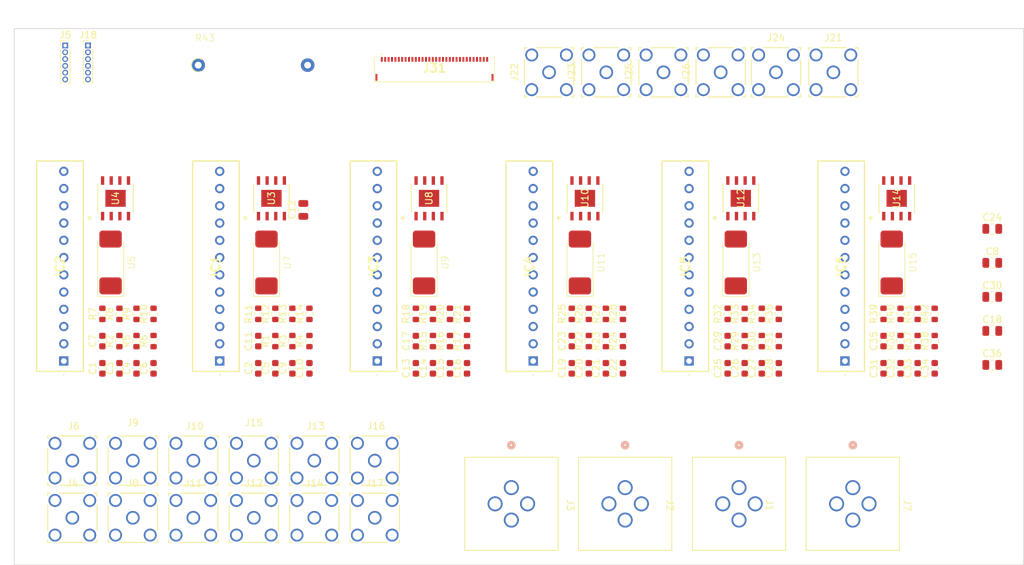
<source format=kicad_pcb>
(kicad_pcb (version 20240108) (generator "pcbnew") (generator_version "8.0")
  (layers (0 "F.Cu" signal) (1 "In1.Cu" power "GND") (2 "In2.Cu" power "C.Cu") (31 "B.Cu" signal) (34 "B.Paste" user) (35 "F.Paste" user) (36 "B.SilkS" user "B.Silkscreen") (37 "F.SilkS" user "F.Silkscreen") (38 "B.Mask" user) (39 "F.Mask" user) (44 "Edge.Cuts" user))
  (net 0 "")
  (net 1 "input_0a")
  (net 2 "Net-(C1-Pad2)")
  (net 3 "GND")
  (net 4 "input_1a")
  (net 5 "Net-(C2-Pad2)")
  (net 6 "input_0b")
  (net 7 "Net-(C3-Pad2)")
  (net 9 "Net-(U4A-INA+)")
  (net 10 "input_1b")
  (net 11 "Net-(C5-Pad2)")
  (net 12 "Net-(U4A-INA-)")
  (net 13 "/amp_0/output0_lv")
  (net 14 "+12V")
  (net 15 "Net-(U3A-INA+)")
  (net 17 "Net-(U3A-INA-)")
  (net 18 "Net-(C13-Pad2)")
  (net 19 "input_2a")
  (net 20 "input_2b")
  (net 21 "Net-(C14-Pad2)")
  (net 23 "Net-(U8A-INA+)")
  (net 24 "Net-(U8A-INA-)")
  (net 25 "input_3a")
  (net 26 "Net-(C19-Pad2)")
  (net 27 "input_3b")
  (net 28 "Net-(C20-Pad2)")
  (net 29 "Net-(U10A-INA+)")
  (net 31 "Net-(U10A-INA-)")
  (net 32 "Net-(C25-Pad2)")
  (net 33 "input_4a")
  (net 34 "input_4b")
  (net 35 "Net-(C26-Pad2)")
  (net 37 "Net-(U12A-INA+)")
  (net 38 "Net-(U12A-INA-)")
  (net 39 "input_5a")
  (net 40 "Net-(C31-Pad2)")
  (net 41 "Net-(C32-Pad2)")
  (net 42 "input_5b")
  (net 44 "Net-(U14A-INA+)")
  (net 45 "Net-(U14A-INA-)")
  (net 46 "output_1")
  (net 47 "Net-(IC1-CC)")
  (net 48 "Net-(IC1-CL_1)")
  (net 50 "HV")
  (net 51 "Net-(IC1-RC)")
  (net 52 "Net-(IC1--IN)")
  (net 53 "Net-(IC2-CL_1)")
  (net 54 "Net-(IC2-CC)")
  (net 55 "Net-(IC2-RC)")
  (net 56 "Net-(IC2--IN)")
  (net 58 "output_0")
  (net 59 "Net-(IC3-CL_1)")
  (net 60 "Net-(IC3--IN)")
  (net 62 "Net-(IC3-CC)")
  (net 63 "output_2")
  (net 64 "Net-(IC3-RC)")
  (net 65 "Net-(IC4-RC)")
  (net 66 "Net-(IC4--IN)")
  (net 67 "Net-(IC4-CC)")
  (net 68 "output_3")
  (net 69 "Net-(IC4-CL_1)")
  (net 71 "Net-(IC5-RC)")
  (net 72 "output_4")
  (net 74 "Net-(IC5-CL_1)")
  (net 75 "Net-(IC5--IN)")
  (net 76 "Net-(IC5-CC)")
  (net 77 "Net-(IC6-CL_1)")
  (net 78 "Net-(IC6--IN)")
  (net 79 "Net-(IC6-CC)")
  (net 80 "output_5")
  (net 82 "Net-(IC6-RC)")
  (net 83 "Net-(R1-Pad1)")
  (net 84 "Net-(R2-Pad1)")
  (net 85 "Net-(R15-Pad1)")
  (net 86 "Net-(R22-Pad1)")
  (net 87 "Net-(R29-Pad1)")
  (net 88 "Net-(R36-Pad1)")
  (net 114 "/amp_5/VSS")
  (net 115 "/amp_1/output1_lv")
  (net 116 "/amp_2/output2_lv")
  (net 117 "/amp_3/output3_lv")
  (net 118 "/amp_4/output4_lv")
  (net 119 "/amp_5/output5_lv")
  (footprint "Capacitor_SMD:C_0603_1608Metric" (layer "F.Cu") (at 98.542 64.04 90)
    (property "Reference" "C20" (at 0 -1.43 90) (layer "F.SilkS"))
    (property "Value" "0.1u")
    (pad "1" smd roundrect (at -0.775 0 90) (size 0.9 0.95) (layers "F.Cu" "F.Paste" "F.Mask") (net 27 "input_3b"))
    (pad "2" smd roundrect (at 0.775 0 90) (size 0.9 0.95) (layers "F.Cu" "F.Paste" "F.Mask") (net 28 "Net-(C20-Pad2)"))
  )
  (footprint "726_footprints:SMCJ150A-13-F" (layer "F.Cu") (at 100.837 48.455 90)
    (property "Reference" "U11" (at 0 -0.5 90) (layer "F.SilkS") (effects (font (thickness 0.1))))
    (property "Value" "~")
    (pad "1" smd roundrect (at -3.45 -3.6 90) (size 2.5 3.3) (layers "F.Cu" "F.Paste" "F.Mask") (roundrect_rratio 0.185185) (net 50 "HV"))
    (pad "2" smd roundrect (at 3.45 -3.6 90) (size 2.5 3.3) (layers "F.Cu" "F.Paste" "F.Mask") (roundrect_rratio 0.185185) (net 3 "GND"))
  )
  (footprint "Capacitor_SMD:C_0603_1608Metric" (layer "F.Cu") (at 149.438 64.04 90)
    (property "Reference" "C34" (at 0 -1.43 90) (layer "F.SilkS"))
    (property "Value" "1pF")
    (pad "1" smd roundrect (at -0.775 0 90) (size 0.9 0.95) (layers "F.Cu" "F.Paste" "F.Mask") (net 119 "/amp_5/output5_lv"))
    (pad "2" smd roundrect (at 0.775 0 90) (size 0.9 0.95) (layers "F.Cu" "F.Paste" "F.Mask") (net 45 "Net-(U14A-INA-)"))
  )
  (footprint "Capacitor_SMD:C_0603_1608Metric" (layer "F.Cu") (at 123.99 64.04 90)
    (property "Reference" "C27" (at 0 -1.43 90) (layer "F.SilkS"))
    (property "Value" "1.56pF")
    (pad "1" smd roundrect (at -0.775 0 90) (size 0.9 0.95) (layers "F.Cu" "F.Paste" "F.Mask") (net 37 "Net-(U12A-INA+)"))
    (pad "2" smd roundrect (at 0.775 0 90) (size 0.9 0.95) (layers "F.Cu" "F.Paste" "F.Mask") (net 3 "GND"))
  )
  (footprint "Capacitor_SMD:C_0603_1608Metric" (layer "F.Cu") (at 75.604 64.04 90)
    (property "Reference" "C14" (at 0 -1.43 90) (layer "F.SilkS"))
    (property "Value" "0.1u")
    (pad "1" smd roundrect (at -0.775 0 90) (size 0.9 0.95) (layers "F.Cu" "F.Paste" "F.Mask") (net 20 "input_2b"))
    (pad "2" smd roundrect (at 0.775 0 90) (size 0.9 0.95) (layers "F.Cu" "F.Paste" "F.Mask") (net 21 "Net-(C14-Pad2)"))
  )
  (footprint "Capacitor_SMD:C_0603_1608Metric" (layer "F.Cu") (at 103.562 64.04 90)
    (property "Reference" "C22" (at 0 -1.43 90) (layer "F.SilkS"))
    (property "Value" "1pF")
    (pad "1" smd roundrect (at -0.775 0 90) (size 0.9 0.95) (layers "F.Cu" "F.Paste" "F.Mask") (net 117 "/amp_3/output3_lv"))
    (pad "2" smd roundrect (at 0.775 0 90) (size 0.9 0.95) (layers "F.Cu" "F.Paste" "F.Mask") (net 31 "Net-(U10A-INA-)"))
  )
  (footprint "726_footprints:OPA2211AIDDAR_L" (layer "F.Cu") (at 120.9074 39.006 90)
    (property "Reference" "U12" (at 0 0 90) (layer "F.SilkS"))
    (property "Value" "~")
    (fp_text user "*" (at -2.87655 -3.5306 90) (layer "F.SilkS"))
    (fp_text user "*" (at -2.87655 -3.5306 90) (layer "F.SilkS"))
    (pad "1" smd rect (at -2.62255 -1.905 90) (size 1.2573 0.4826) (layers "F.Cu" "F.Paste" "F.Mask") (net 118 "/amp_4/output4_lv"))
    (pad "2" smd rect (at -2.62255 -0.635 90) (size 1.2573 0.4826) (layers "F.Cu" "F.Paste" "F.Mask") (net 38 "Net-(U12A-INA-)"))
    (pad "3" smd rect (at -2.62255 0.635 90) (size 1.2573 0.4826) (layers "F.Cu" "F.Paste" "F.Mask") (net 37 "Net-(U12A-INA+)"))
    (pad "4" smd rect (at -2.62255 1.905 90) (size 1.2573 0.4826) (layers "F.Cu" "F.Paste" "F.Mask") (net 3 "GND"))
    (pad "5" smd rect (at 2.62255 1.905 90) (size 1.2573 0.4826) (layers "F.Cu" "F.Paste" "F.Mask"))
    (pad "6" smd rect (at 2.62255 0.635 90) (size 1.2573 0.4826) (layers "F.Cu" "F.Paste" "F.Mask"))
    (pad "7" smd rect (at 2.62255 -0.635 90) (size 1.2573 0.4826) (layers "F.Cu" "F.Paste" "F.Mask"))
    (pad "8" smd rect (at 2.62255 -1.905 90) (size 1.2573 0.4826) (layers "F.Cu" "F.Paste" "F.Mask") (net 14 "+12V"))
    (pad "EPAD" smd rect (at 0 0 90) (size 2.4892 2.9972) (layers "F.Cu" "F.Mask"))
  )
  (footprint "Resistor_SMD:R_0603_1608Metric" (layer "F.Cu") (at 75.604 56.02 90)
    (property "Reference" "R19" (at 0 -1.43 90) (layer "F.SilkS"))
    (property "Value" "1k")
    (pad "1" smd roundrect (at -0.825 0 90) (size 0.8 0.95) (layers "F.Cu" "F.Paste" "F.Mask") (net 60 "Net-(IC3--IN)"))
    (pad "2" smd roundrect (at 0.825 0 90) (size 0.8 0.95) (layers "F.Cu" "F.Paste" "F.Mask") (net 116 "/amp_2/output2_lv"))
  )
  (footprint "726_footprints:SMCJ150A-13-F" (layer "F.Cu") (at 123.775 48.455 90)
    (property "Reference" "U13" (at 0 -0.5 90) (layer "F.SilkS") (effects (font (thickness 0.1))))
    (property "Value" "~")
    (pad "1" smd roundrect (at -3.45 -3.6 90) (size 2.5 3.3) (layers "F.Cu" "F.Paste" "F.Mask") (roundrect_rratio 0.185185) (net 50 "HV"))
    (pad "2" smd roundrect (at 3.45 -3.6 90) (size 2.5 3.3) (layers "F.Cu" "F.Paste" "F.Mask") (roundrect_rratio 0.185185) (net 3 "GND"))
  )
  (footprint "Capacitor_SMD:C_0603_1608Metric" (layer "F.Cu") (at 57.436 64.04 90)
    (property "Reference" "C10" (at 0 -1.43 90) (layer "F.SilkS"))
    (property "Value" "1pF")
    (pad "1" smd roundrect (at -0.775 0 90) (size 0.9 0.95) (layers "F.Cu" "F.Paste" "F.Mask") (net 115 "/amp_1/output1_lv"))
    (pad "2" smd roundrect (at 0.775 0 90) (size 0.9 0.95) (layers "F.Cu" "F.Paste" "F.Mask") (net 17 "Net-(U3A-INA-)"))
  )
  (footprint "Resistor_SMD:R_0603_1608Metric" (layer "F.Cu") (at 98.542 56.02 90)
    (property "Reference" "R26" (at 0 -1.43 90) (layer "F.SilkS"))
    (property "Value" "1k")
    (pad "1" smd roundrect (at -0.825 0 90) (size 0.8 0.95) (layers "F.Cu" "F.Paste" "F.Mask") (net 66 "Net-(IC4--IN)"))
    (pad "2" smd roundrect (at 0.825 0 90) (size 0.8 0.95) (layers "F.Cu" "F.Paste" "F.Mask") (net 117 "/amp_3/output3_lv"))
  )
  (footprint "Capacitor_SMD:C_0603_1608Metric" (layer "F.Cu") (at 49.906 60.03 90)
    (property "Reference" "C11" (at 0 -1.43 90) (layer "F.SilkS"))
    (property "Value" "0.1u")
    (pad "1" smd roundrect (at -0.775 0 90) (size 0.9 0.95) (layers "F.Cu" "F.Paste" "F.Mask") (net 14 "+12V"))
    (pad "2" smd roundrect (at 0.775 0 90) (size 0.9 0.95) (layers "F.Cu" "F.Paste" "F.Mask") (net 3 "GND"))
  )
  (footprint "Resistor_SMD:R_0603_1608Metric" (layer "F.Cu") (at 31.988 60.03 90)
    (property "Reference" "R5" (at 0 -1.43 90) (layer "F.SilkS"))
    (property "Value" "R_US")
    (pad "1" smd roundrect (at -0.825 0 90) (size 0.8 0.95) (layers "F.Cu" "F.Paste" "F.Mask") (net 9 "Net-(U4A-INA+)"))
    (pad "2" smd roundrect (at 0.825 0 90) (size 0.8 0.95) (layers "F.Cu" "F.Paste" "F.Mask") (net 2 "Net-(C1-Pad2)"))
  )
  (footprint "Resistor_SMD:R_0603_1608Metric" (layer "F.Cu") (at 141.908 56.02 90)
    (property "Reference" "R39" (at 0 -1.43 90) (layer "F.SilkS"))
    (property "Value" "R_US")
    (pad "1" smd roundrect (at -0.825 0 90) (size 0.8 0.95) (layers "F.Cu" "F.Paste" "F.Mask") (net 45 "Net-(U14A-INA-)"))
    (pad "2" smd roundrect (at 0.825 0 90) (size 0.8 0.95) (layers "F.Cu" "F.Paste" "F.Mask") (net 88 "Net-(R36-Pad1)"))
  )
  (footprint "Resistor_SMD:R_0603_1608Metric" (layer "F.Cu") (at 34.498 56.02 90)
    (property "Reference" "R10" (at 0 -1.43 90) (layer "F.SilkS"))
    (property "Value" "25k")
    (pad "1" smd roundrect (at -0.825 0 90) (size 0.8 0.95) (layers "F.Cu" "F.Paste" "F.Mask") (net 58 "output_0"))
    (pad "2" smd roundrect (at 0.825 0 90) (size 0.8 0.95) (layers "F.Cu" "F.Paste" "F.Mask") (net 56 "Net-(IC2--IN)"))
  )
  (footprint "Resistor_SMD:R_0603_1608Metric" (layer "F.Cu") (at 121.48 60.03 90)
    (property "Reference" "R29" (at 0 -1.43 90) (layer "F.SilkS"))
    (property "Value" "1k")
    (pad "1" smd roundrect (at -0.825 0 90) (size 0.8 0.95) (layers "F.Cu" "F.Paste" "F.Mask") (net 87 "Net-(R29-Pad1)"))
    (pad "2" smd roundrect (at 0.825 0 90) (size 0.8 0.95) (layers "F.Cu" "F.Paste" "F.Mask") (net 35 "Net-(C26-Pad2)"))
  )
  (footprint "726_footprints:CONN_RF2-04A-T-00-50-G_ADM" (layer "F.Cu") (at 109.5305 20.4473 90)
    (property "Reference" "J25" (at 0 -5.08 90) (layer "F.SilkS"))
    (property "Value" "SMA_RF2-04A-T-00-50-G")
    (pad "1" thru_hole circle (at 0 0 90) (size 2.0066 2.0066) (drill 1.4986) (layers "*.Cu" "*.Mask") (net 72 "output_4"))
    (pad "2" thru_hole circle (at -2.5527 -2.5527 90) (size 1.905 1.905) (drill 1.397) (layers "*.Cu" "*.Mask") (net 3 "GND"))
    (pad "3" thru_hole circle (at -2.5527 2.5527 90) (size 1.905 1.905) (drill 1.397) (layers "*.Cu" "*.Mask") (net 3 "GND"))
    (pad "4" thru_hole circle (at 2.5527 2.5527 90) (size 1.905 1.905) (drill 1.397) (layers "*.Cu" "*.Mask") (net 3 "GND"))
    (pad "5" thru_hole circle (at 2.5527 -2.5527 90) (size 1.905 1.905) (drill 1.397) (layers "*.Cu" "*.Mask") (net 3 "GND"))
  )
  (footprint "Capacitor_SMD:C_0603_1608Metric" (layer "F.Cu") (at 31.988 64.04 90)
    (property "Reference" "C4" (at 0 -1.43 90) (layer "F.SilkS"))
    (property "Value" "1.56pF")
    (pad "1" smd roundrect (at -0.775 0 90) (size 0.9 0.95) (layers "F.Cu" "F.Paste" "F.Mask") (net 9 "Net-(U4A-INA+)"))
    (pad "2" smd roundrect (at 0.775 0 90) (size 0.9 0.95) (layers "F.Cu" "F.Paste" "F.Mask") (net 3 "GND"))
  )
  (footprint "726_footprints:CONN_RF2-04A-T-00-50-G_ADM" (layer "F.Cu") (at 58.1527 77.6359)
    (property "Reference" "J13" (at 0.2 -5.0832 0) (layer "F.SilkS"))
    (property "Value" "SMA_RF2-04A-T-00-50-G")
    (pad "1" thru_hole circle (at 0 0) (size 2.0066 2.0066) (drill 1.4986) (layers "*.Cu" "*.Mask") (net 27 "input_3b"))
    (pad "2" thru_hole circle (at -2.5527 -2.5527) (size 1.905 1.905) (drill 1.397) (layers "*.Cu" "*.Mask") (net 3 "GND"))
    (pad "3" thru_hole circle (at -2.5527 2.5527) (size 1.905 1.905) (drill 1.397) (layers "*.Cu" "*.Mask") (net 3 "GND"))
    (pad "4" thru_hole circle (at 2.5527 2.5527) (size 1.905 1.905) (drill 1.397) (layers "*.Cu" "*.Mask") (net 3 "GND"))
    (pad "5" thru_hole circle (at 2.5527 -2.5527) (size 1.905 1.905) (drill 1.397) (layers "*.Cu" "*.Mask") (net 3 "GND"))
  )
  (footprint "Capacitor_SMD:C_0805_2012Metric" (layer "F.Cu") (at 56.536 40.71 90)
    (property "Reference" "C12" (at 0 -1.68 90) (layer "F.SilkS"))
    (property "Value" "3.3pF, 500V")
    (pad "1" smd roundrect (at -0.95 0 90) (size 1 1.45) (layers "F.Cu" "F.Paste" "F.Mask") (net 51 "Net-(IC1-RC)"))
    (pad "2" smd roundrect (at 0.95 0 90) (size 1 1.45) (layers "F.Cu" "F.Paste" "F.Mask") (net 47 "Net-(IC1-CC)"))
  )
  (footprint "Resistor_SMD:R_0603_1608Metric" (layer "F.Cu") (at 80.624 56.02 90)
    (property "Reference" "R21" (at 0 -1.43 90) (layer "F.SilkS"))
    (property "Value" "25k")
    (pad "1" smd roundrect (at -0.825 0 90) (size 0.8 0.95) (layers "F.Cu" "F.Paste" "F.Mask") (net 63 "output_2"))
    (pad "2" smd roundrect (at 0.825 0 90) (size 0.8 0.95) (layers "F.Cu" "F.Paste" "F.Mask") (net 60 "Net-(IC3--IN)"))
  )
  (footprint "726_footprints:OPA2211AIDDAR_L" (layer "F.Cu") (at 143.8454 39.006 90)
    (property "Reference" "U14" (at 0 0 90) (layer "F.SilkS"))
    (property "Value" "~")
    (fp_text user "*" (at -2.87655 -3.5306 90) (layer "F.SilkS"))
    (fp_text user "*" (at -2.87655 -3.5306 90) (layer "F.SilkS"))
    (pad "1" smd rect (at -2.62255 -1.905 90) (size 1.2573 0.4826) (layers "F.Cu" "F.Paste" "F.Mask") (net 119 "/amp_5/output5_lv"))
    (pad "2" smd rect (at -2.62255 -0.635 90) (size 1.2573 0.4826) (layers "F.Cu" "F.Paste" "F.Mask") (net 45 "Net-(U14A-INA-)"))
    (pad "3" smd rect (at -2.62255 0.635 90) (size 1.2573 0.4826) (layers "F.Cu" "F.Paste" "F.Mask") (net 44 "Net-(U14A-INA+)"))
    (pad "4" smd rect (at -2.62255 1.905 90) (size 1.2573 0.4826) (layers "F.Cu" "F.Paste" "F.Mask") (net 3 "GND"))
    (pad "5" smd rect (at 2.62255 1.905 90) (size 1.2573 0.4826) (layers "F.Cu" "F.Paste" "F.Mask"))
    (pad "6" smd rect (at 2.62255 0.635 90) (size 1.2573 0.4826) (layers "F.Cu" "F.Paste" "F.Mask"))
    (pad "7" smd rect (at 2.62255 -0.635 90) (size 1.2573 0.4826) (layers "F.Cu" "F.Paste" "F.Mask"))
    (pad "8" smd rect (at 2.62255 -1.905 90) (size 1.2573 0.4826) (layers "F.Cu" "F.Paste" "F.Mask") (net 14 "+12V"))
    (pad "EPAD" smd rect (at 0 0 90) (size 2.4892 2.9972) (layers "F.Cu" "F.Mask"))
  )
  (footprint "726_footprints:SMCJ150A-13-F" (layer "F.Cu") (at 31.773 48.455 90)
    (property "Reference" "U5" (at 0 -0.5 90) (layer "F.SilkS") (effects (font (thickness 0.1))))
    (property "Value" "~")
    (pad "1" smd roundrect (at -3.45 -3.6 90) (size 2.5 3.3) (layers "F.Cu" "F.Paste" "F.Mask") (roundrect_rratio 0.185185) (net 50 "HV"))
    (pad "2" smd roundrect (at 3.45 -3.6 90) (size 2.5 3.3) (layers "F.Cu" "F.Paste" "F.Mask") (roundrect_rratio 0.185185) (net 3 "GND"))
  )
  (footprint "726_footprints:PA98" (layer "F.Cu") (at 44.231 62.97 90)
    (property "Reference" "IC1" (at 13.97 -0.56 90) (layer "F.SilkS") (effects (font (size 1.27 1.27) (thickness 0.254))))
    (property "Value" "PA98" (hide yes))
    (pad "1" thru_hole rect (at 0 0 90) (size 1.365 1.365) (drill 0.84) (layers "*.Cu" "*.Mask") (net 52 "Net-(IC1--IN)"))
    (pad "2" thru_hole circle (at 2.54 0 90) (size 1.365 1.365) (drill 0.84) (layers "*.Cu" "*.Mask") (net 3 "GND"))
    (pad "3" thru_hole circle (at 5.08 0 90) (size 1.365 1.365) (drill 0.84) (layers "*.Cu" "*.Mask"))
    (pad "4" thru_hole circle (at 7.62 0 90) (size 1.365 1.365) (drill 0.84) (layers "*.Cu" "*.Mask") (net 51 "Net-(IC1-RC)"))
    (pad "5" thru_hole circle (at 10.16 0 90) (size 1.365 1.365) (drill 0.84) (layers "*.Cu" "*.Mask") (net 47 "Net-(IC1-CC)"))
    (pad "6" thru_hole circle (at 12.7 0 90) (size 1.365 1.365) (drill 0.84) (layers "*.Cu" "*.Mask") (net 46 "output_1"))
    (pad "7" thru_hole circle (at 15.24 0 90) (size 1.365 1.365) (drill 0.84) (layers "*.Cu" "*.Mask") (net 3 "GND"))
    (pad "8" thru_hole circle (at 17.78 0 90) (size 1.365 1.365) (drill 0.84) (layers "*.Cu" "*.Mask") (net 3 "GND"))
    (pad "9" thru_hole circle (at 20.32 0 90) (size 1.365 1.365) (drill 0.84) (layers "*.Cu" "*.Mask") (net 48 "Net-(IC1-CL_1)"))
    (pad "10" thru_hole circle (at 22.86 0 90) (size 1.365 1.365) (drill 0.84) (layers "*.Cu" "*.Mask") (net 48 "Net-(IC1-CL_1)"))
    (pad "11" thru_hole circle (at 25.4 0 90) (size 1.365 1.365) (drill 0.84) (layers "*.Cu" "*.Mask") (net 50 "HV"))
    (pad "12" thru_hole circle (at 27.94 0 90) (size 1.365 1.365) (drill 0.84) (layers "*.Cu" "*.Mask") (net 50 "HV"))
  )
  (footprint "726_footprints:PA98" (layer "F.Cu") (at 67.419 62.97 90)
    (property "Reference" "IC3" (at 13.97 -0.56 90) (layer "F.SilkS") (effects (font (size 1.27 1.27) (thickness 0.254))))
    (property "Value" "PA98" (hide yes))
    (pad "1" thru_hole rect (at 0 0 90) (size 1.365 1.365) (drill 0.84) (layers "*.Cu" "*.Mask") (net 60 "Net-(IC3--IN)"))
    (pad "2" thru_hole circle (at 2.54 0 90) (size 1.365 1.365) (drill 0.84) (layers "*.Cu" "*.Mask") (net 3 "GND"))
    (pad "3" thru_hole circle (at 5.08 0 90) (size 1.365 1.365) (drill 0.84) (layers "*.Cu" "*.Mask"))
    (pad "4" thru_hole circle (at 7.62 0 90) (size 1.365 1.365) (drill 0.84) (layers "*.Cu" "*.Mask") (net 64 "Net-(IC3-RC)"))
    (pad "5" thru_hole circle (at 10.16 0 90) (size 1.365 1.365) (drill 0.84) (layers "*.Cu" "*.Mask") (net 62 "Net-(IC3-CC)"))
    (pad "6" thru_hole circle (at 12.7 0 90) (size 1.365 1.365) (drill 0.84) (layers "*.Cu" "*.Mask") (net 63 "output_2"))
    (pad "7" thru_hole circle (at 15.24 0 90) (size 1.365 1.365) (drill 0.84) (layers "*.Cu" "*.Mask") (net 3 "GND"))
    (pad "8" thru_hole circle (at 17.78 0 90) (size 1.365 1.365) (drill 0.84) (layers "*.Cu" "*.Mask") (net 3 "GND"))
    (pad "9" thru_hole circle (at 20.32 0 90) (size 1.365 1.365) (drill 0.84) (layers "*.Cu" "*.Mask") (net 59 "Net-(IC3-CL_1)"))
    (pad "10" thru_hole circle (at 22.86 0 90) (size 1.365 1.365) (drill 0.84) (layers "*.Cu" "*.Mask") (net 59 "Net-(IC3-CL_1)"))
    (pad "11" thru_hole circle (at 25.4 0 90) (size 1.365 1.365) (drill 0.84) (layers "*.Cu" "*.Mask") (net 50 "HV"))
    (pad "12" thru_hole circle (at 27.94 0 90) (size 1.365 1.365) (drill 0.84) (layers "*.Cu" "*.Mask") (net 50 "HV"))
  )
  (footprint "Resistor_SMD:R_0603_1608Metric" (layer "F.Cu") (at 149.438 60.03 90)
    (property "Reference" "R38" (at 0 -1.43 90) (layer "F.SilkS"))
    (property "Value" "4k")
    (pad "1" smd roundrect (at -0.825 0 90) (size 0.8 0.95) (layers "F.Cu" "F.Paste" "F.Mask") (net 119 "/amp_5/output5_lv"))
    (pad "2" smd roundrect (at 0.825 0 90) (size 0.8 0.95) (layers "F.Cu" "F.Paste" "F.Mask") (net 88 "Net-(R36-Pad1)"))
  )
  (footprint "Capacitor_SMD:C_0805_2012Metric" (layer "F.Cu") (at 157.908 48.51)
    (property "Reference" "C8" (at 0 -1.68 0) (layer "F.SilkS"))
    (property "Value" "3.3pF, 500V")
    (pad "1" smd roundrect (at -0.95 0) (size 1 1.45) (layers "F.Cu" "F.Paste" "F.Mask") (net 55 "Net-(IC2-RC)"))
    (pad "2" smd roundrect (at 0.95 0) (size 1 1.45) (layers "F.Cu" "F.Paste" "F.Mask") (net 54 "Net-(IC2-CC)"))
  )
  (footprint "Capacitor_SMD:C_0805_2012Metric" (layer "F.Cu") (at 157.908 63.54)
    (property "Reference" "C36" (at 0 -1.68 0) (layer "F.SilkS"))
    (property "Value" "3.3pF, 500V")
    (pad "1" smd roundrect (at -0.95 0) (size 1 1.45) (layers "F.Cu" "F.Paste" "F.Mask") (net 82 "Net-(IC6-RC)"))
    (pad "2" smd roundrect (at 0.95 0) (size 1 1.45) (layers "F.Cu" "F.Paste" "F.Mask") (net 79 "Net-(IC6-CC)"))
  )
  (footprint "726_footprints:banana_plug_CT3151V1-0" (layer "F.Cu") (at 103.891066 81.6124 -90)
    (property "Reference" "J2" (at 2.6 -6.58979 -90) (layer "F.SilkS"))
    (property "Value" "CT3151V1-0")
    (pad "1" thru_hole circle (at 0 0 270) (size 2.2098 2.2098) (drill 1.7018) (layers "*.Cu" "*.Mask") (net 3 "GND"))
    (pad "2" thru_hole circle (at 4.7752 0 270) (size 2.2098 2.2098) (drill 1.7018) (layers "*.Cu" "*.Mask") (net 3 "GND"))
    (pad "3" thru_hole circle (at 2.3876 -2.3876) (size 2.2098 2.2098) (drill 1.7018) (layers "*.Cu" "*.Mask") (net 3 "GND"))
    (pad "4" thru_hole circle (at 2.3876 2.3876) (size 2.2098 2.2098) (drill 1.7018) (layers "*.Cu" "*.Mask") (net 3 "GND"))
  )
  (footprint "Capacitor_SMD:C_0603_1608Metric" (layer "F.Cu") (at 118.97 64.04 90)
    (property "Reference" "C25" (at 0 -1.43 90) (layer "F.SilkS"))
    (property "Value" "0.1u")
    (pad "1" smd roundrect (at -0.775 0 90) (size 0.9 0.95) (layers "F.Cu" "F.Paste" "F.Mask") (net 33 "input_4a"))
    (pad "2" smd roundrect (at 0.775 0 90) (size 0.9 0.95) (layers "F.Cu" "F.Paste" "F.Mask") (net 32 "Net-(C25-Pad2)"))
  )
  (footprint "726_footprints:PA98" (layer "F.Cu") (at 21.293 62.97 90)
    (property "Reference" "IC2" (at 13.97 -0.56 90) (layer "F.SilkS") (effects (font (size 1.27 1.27) (thickness 0.254))))
    (property "Value" "PA98" (hide yes))
    (pad "1" thru_hole rect (at 0 0 90) (size 1.365 1.365) (drill 0.84) (layers "*.Cu" "*.Mask") (net 56 "Net-(IC2--IN)"))
    (pad "2" thru_hole circle (at 2.54 0 90) (size 1.365 1.365) (drill 0.84) (layers "*.Cu" "*.Mask") (net 3 "GND"))
    (pad "3" thru_hole circle (at 5.08 0 90) (size 1.365 1.365) (drill 0.84) (layers "*.Cu" "*.Mask"))
    (pad "4" thru_hole circle (at 7.62 0 90) (size 1.365 1.365) (drill 0.84) (layers "*.Cu" "*.Mask") (net 55 "Net-(IC2-RC)"))
    (pad "5" thru_hole circle (at 10.16 0 90) (size 1.365 1.365) (drill 0.84) (layers "*.Cu" "*.Mask") (net 54 "Net-(IC2-CC)"))
    (pad "6" thru_hole circle (at 12.7 0 90) (size 1.365 1.365) (drill 0.84) (layers "*.Cu" "*.Mask") (net 58 "output_0"))
    (pad "7" thru_hole circle (at 15.24 0 90) (size 1.365 1.365) (drill 0.84) (layers "*.Cu" "*.Mask") (net 3 "GND"))
    (pad "8" thru_hole circle (at 17.78 0 90) (size 1.365 1.365) (drill 0.84) (layers "*.Cu" "*.Mask") (net 3 "GND"))
    (pad "9" thru_hole circle (at 20.32 0 90) (size 1.365 1.365) (drill 0.84) (layers "*.Cu" "*.Mask") (net 53 "Net-(IC2-CL_1)"))
    (pad "10" thru_hole circle (at 22.86 0 90) (size 1.365 1.365) (drill 0.84) (layers "*.Cu" "*.Mask") (net 53 "Net-(IC2-CL_1)"))
    (pad "11" thru_hole circle (at 25.4 0 90) (size 1.365 1.365) (drill 0.84) (layers "*.Cu" "*.Mask") (net 50 "HV"))
    (pad "12" thru_hole circle (at 27.94 0 90) (size 1.365 1.365) (drill 0.84) (layers "*.Cu" "*.Mask") (net 50 "HV"))
  )
  (footprint "Capacitor_SMD:C_0603_1608Metric" (layer "F.Cu") (at 141.908 64.04 90)
    (property "Reference" "C31" (at 0 -1.43 90) (layer "F.SilkS"))
    (property "Value" "0.1u")
    (pad "1" smd roundrect (at -0.775 0 90) (size 0.9 0.95) (layers "F.Cu" "F.Paste" "F.Mask") (net 39 "input_5a"))
    (pad "2" smd roundrect (at 0.775 0 90) (size 0.9 0.95) (layers "F.Cu" "F.Paste" "F.Mask") (net 40 "Net-(C31-Pad2)"))
  )
  (footprint "726_footprints:CONN_RF2-04A-T-00-50-G_ADM" (layer "F.Cu") (at 101.1137 20.4473 90)
    (property "Reference" "J23" (at 0 -5.08 90) (layer "F.SilkS"))
    (property "Value" "SMA_RF2-04A-T-00-50-G")
    (pad "1" thru_hole circle (at 0 0 90) (size 2.0066 2.0066) (drill 1.4986) (layers "*.Cu" "*.Mask") (net 63 "output_2"))
    (pad "2" thru_hole circle (at -2.5527 -2.5527 90) (size 1.905 1.905) (drill 1.397) (layers "*.Cu" "*.Mask") (net 3 "GND"))
    (pad "3" thru_hole circle (at -2.5527 2.5527 90) (size 1.905 1.905) (drill 1.397) (layers "*.Cu" "*.Mask") (net 3 "GND"))
    (pad "4" thru_hole circle (at 2.5527 2.5527 90) (size 1.905 1.905) (drill 1.397) (layers "*.Cu" "*.Mask") (net 3 "GND"))
    (pad "5" thru_hole circle (at 2.5527 -2.5527 90) (size 1.905 1.905) (drill 1.397) (layers "*.Cu" "*.Mask") (net 3 "GND"))
  )
  (footprint "Capacitor_SMD:C_0805_2012Metric" (layer "F.Cu") (at 157.908 43.5)
    (property "Reference" "C24" (at 0 -1.68 0) (layer "F.SilkS"))
    (property "Value" "3.3pF, 500V")
    (pad "1" smd roundrect (at -0.95 0) (size 1 1.45) (layers "F.Cu" "F.Paste" "F.Mask") (net 65 "Net-(IC4-RC)"))
    (pad "2" smd roundrect (at 0.95 0) (size 1 1.45) (layers "F.Cu" "F.Paste" "F.Mask") (net 67 "Net-(IC4-CC)"))
  )
  (footprint "Connector_PinHeader_1.00mm:PinHeader_1x06_P1.00mm_Vertical" (layer "F.Cu") (at 21.5 16.5)
    (property "Reference" "J5" (at 0 -1.56 0) (layer "F.SilkS"))
    (property "Value" "Conn_01x06_Pin")
    (pad "1" thru_hole rect (at 0 0) (size 0.85 0.85) (drill 0.5) (layers "*.Cu" "*.Mask") (net 58 "output_0"))
    (pad "2" thru_hole oval (at 0 1) (size 0.85 0.85) (drill 0.5) (layers "*.Cu" "*.Mask") (net 46 "output_1"))
    (pad "3" thru_hole oval (at 0 2) (size 0.85 0.85) (drill 0.5) (layers "*.Cu" "*.Mask") (net 63 "output_2"))
    (pad "4" thru_hole oval (at 0 3) (size 0.85 0.85) (drill 0.5) (layers "*.Cu" "*.Mask") (net 68 "output_3"))
    (pad "5" thru_hole oval (at 0 4) (size 0.85 0.85) (drill 0.5) (layers "*.Cu" "*.Mask") (net 72 "output_4"))
    (pad "6" thru_hole oval (at 0 5) (size 0.85 0.85) (drill 0.5) (layers "*.Cu" "*.Mask") (net 80 "output_5"))
  )
  (footprint "726_footprints:CONN_RF2-04A-T-00-50-G_ADM" (layer "F.Cu") (at 40.3527 86.0527)
    (property "Reference" "J11" (at 0 -5.08 0) (layer "F.SilkS"))
    (property "Value" "SMA_RF2-04A-T-00-50-G")
    (pad "1" thru_hole circle (at 0 0) (size 2.0066 2.0066) (drill 1.4986) (layers "*.Cu" "*.Mask") (net 20 "input_2b"))
    (pad "2" thru_hole circle (at -2.5527 -2.5527) (size 1.905 1.905) (drill 1.397) (layers "*.Cu" "*.Mask") (net 3 "GND"))
    (pad "3" thru_hole circle (at -2.5527 2.5527) (size 1.905 1.905) (drill 1.397) (layers "*.Cu" "*.Mask") (net 3 "GND"))
    (pad "4" thru_hole circle (at 2.5527 2.5527) (size 1.905 1.905) (drill 1.397) (layers "*.Cu" "*.Mask") (net 3 "GND"))
    (pad "5" thru_hole circle (at 2.5527 -2.5527) (size 1.905 1.905) (drill 1.397) (layers "*.Cu" "*.Mask") (net 3 "GND"))
  )
  (footprint "Resistor_SMD:R_0603_1608Metric" (layer "F.Cu") (at 57.436 60.03 90)
    (property "Reference" "R4" (at 0 -1.43 90) (layer "F.SilkS"))
    (property "Value" "4k")
    (pad "1" smd roundrect (at -0.825 0 90) (size 0.8 0.95) (layers "F.Cu" "F.Paste" "F.Mask") (net 115 "/amp_1/output1_lv"))
    (pad "2" smd roundrect (at 0.825 0 90) (size 0.8 0.95) (layers "F.Cu" "F.Paste" "F.Mask") (net 83 "Net-(R1-Pad1)"))
  )
  (footprint "Resistor_SMD:R_0603_1608Metric" (layer "F.Cu") (at 103.562 60.03 90)
    (property "Reference" "R24" (at 0 -1.43 90) (layer "F.SilkS"))
    (property "Value" "4k")
    (pad "1" smd roundrect (at -0.825 0 90) (size 0.8 0.95) (layers "F.Cu" "F.Paste" "F.Mask") (net 117 "/amp_3/output3_lv"))
    (pad "2" smd roundrect (at 0.825 0 90) (size 0.8 0.95) (layers "F.Cu" "F.Paste" "F.Mask") (net 86 "Net-(R22-Pad1)"))
  )
  (footprint "Resistor_SMD:R_0603_1608Metric" (layer "F.Cu") (at 146.928 56.02 90)
    (property "Reference" "R41" (at 0 -1.43 90) (layer "F.SilkS"))
    (property "Value" "1k")
    (pad "1" smd roundrect (at -0.825 0 90) (size 0.8 0.95) (layers "F.Cu" "F.Paste" "F.Mask") (net 77 "Net-(IC6-CL_1)"))
    (pad "2" smd roundrect (at 0.825 0 90) (size 0.8 0.95) (layers "F.Cu" "F.Paste" "F.Mask") (net 3 "GND"))
  )
  (footprint "Capacitor_SMD:C_0603_1608Metric" (layer "F.Cu") (at 54.926 64.04 90)
    (property "Reference" "C9" (at 0 -1.43 90) (layer "F.SilkS"))
    (property "Value" "1.56pF")
    (pad "1" smd roundrect (at -0.775 0 90) (size 0.9 0.95) (layers "F.Cu" "F.Paste" "F.Mask") (net 15 "Net-(U3A-INA+)"))
    (pad "2" smd roundrect (at 0.775 0 90) (size 0.9 0.95) (layers "F.Cu" "F.Paste" "F.Mask") (net 3 "GND"))
  )
  (footprint "726_footprints:CONN_RF2-04A-T-00-50-G_ADM" (layer "F.Cu") (at 49.2527 86.0527)
    (property "Reference" "J12" (at 0 -5.08 0) (layer "F.SilkS"))
    (property "Value" "SMA_RF2-04A-T-00-50-G")
    (pad "1" thru_hole circle (at 0 0) (size 2.0066 2.0066) (drill 1.4986) (layers "*.Cu" "*.Mask") (net 25 "input_3a"))
    (pad "2" thru_hole circle (at -2.5527 -2.5527) (size 1.905 1.905) (drill 1.397) (layers "*.Cu" "*.Mask") (net 3 "GND"))
    (pad "3" thru_hole circle (at -2.5527 2.5527) (size 1.905 1.905) (drill 1.397) (layers "*.Cu" "*.Mask") (net 3 "GND"))
    (pad "4" thru_hole circle (at 2.5527 2.5527) (size 1.905 1.905) (drill 1.397) (layers "*.Cu" "*.Mask") (net 3 "GND"))
    (pad "5" thru_hole circle (at 2.5527 -2.5527) (size 1.905 1.905) (drill 1.397) (layers "*.Cu" "*.Mask") (net 3 "GND"))
  )
  (footprint "Capacitor_SMD:C_0805_2012Metric" (layer "F.Cu") (at 157.908 53.52)
    (property "Reference" "C30" (at 0 -1.68 0) (layer "F.SilkS"))
    (property "Value" "3.3pF, 500V")
    (pad "1" smd roundrect (at -0.95 0) (size 1 1.45) (layers "F.Cu" "F.Paste" "F.Mask") (net 71 "Net-(IC5-RC)"))
    (pad "2" smd roundrect (at 0.95 0) (size 1 1.45) (layers "F.Cu" "F.Paste" "F.Mask") (net 76 "Net-(IC5-CC)"))
  )
  (footprint "Resistor_SMD:R_0603_1608Metric" (layer "F.Cu") (at 149.438 56.02 90)
    (property "Reference" "R42" (at 0 -1.43 90) (layer "F.SilkS"))
    (property "Value" "25k")
    (pad "1" smd roundrect (at -0.825 0 90) (size 0.8 0.95) (layers "F.Cu" "F.Paste" "F.Mask") (net 80 "output_5"))
    (pad "2" smd roundrect (at 0.825 0 90) (size 0.8 0.95) (layers "F.Cu" "F.Paste" "F.Mask") (net 78 "Net-(IC6--IN)"))
  )
  (footprint "Capacitor_SMD:C_0603_1608Metric" (layer "F.Cu") (at 144.418 64.04 90)
    (property "Reference" "C32" (at 0 -1.43 90) (layer "F.SilkS"))
    (property "Value" "0.1u")
    (pad "1" smd roundrect (at -0.775 0 90) (size 0.9 0.95) (layers "F.Cu" "F.Paste" "F.Mask") (net 42 "input_5b"))
    (pad "2" smd roundrect (at 0.775 0 90) (size 0.9 0.95) (layers "F.Cu" "F.Paste" "F.Mask") (net 41 "Net-(C32-Pad2)"))
  )
  (footprint "726_footprints:OPA2211AIDDAR_L" (layer "F.Cu") (at 51.8434 39.006 90)
    (property "Reference" "U3" (at 0 0 90) (layer "F.SilkS"))
    (property "Value" "~")
    (fp_text user "*" (at -2.87655 -3.5306 90) (layer "F.SilkS"))
    (fp_text user "*" (at -2.87655 -3.5306 90) (layer "F.SilkS"))
    (pad "1" smd rect (at -2.62255 -1.905 90) (size 1.2573 0.4826) (layers "F.Cu" "F.Paste" "F.Mask") (net 115 "/amp_1/output1_lv"))
    (pad "2" smd rect (at -2.62255 -0.635 90) (size 1.2573 0.4826) (layers "F.Cu" "F.Paste" "F.Mask") (net 17 "Net-(U3A-INA-)"))
    (pad "3" smd rect (at -2.62255 0.635 90) (size 1.2573 0.4826) (layers "F.Cu" "F.Paste" "F.Mask") (net 15 "Net-(U3A-INA+)"))
    (pad "4" smd rect (at -2.62255 1.905 90) (size 1.2573 0.4826) (layers "F.Cu" "F.Paste" "F.Mask") (net 3 "GND"))
    (pad "5" smd rect (at 2.62255 1.905 90) (size 1.2573 0.4826) (layers "F.Cu" "F.Paste" "F.Mask"))
    (pad "6" smd rect (at 2.62255 0.635 90) (size 1.2573 0.4826) (layers "F.Cu" "F.Paste" "F.Mask"))
    (pad "7" smd rect (at 2.62255 -0.635 90) (size 1.2573 0.4826) (layers "F.Cu" "F.Paste" "F.Mask"))
    (pad "8" smd rect (at 2.62255 -1.905 90) (size 1.2573 0.4826) (layers "F.Cu" "F.Paste" "F.Mask") (net 14 "+12V"))
    (pad "EPAD" smd rect (at 0 0 90) (size 2.4892 2.9972) (layers "F.Cu" "F.Mask") (net 3 "GND"))
  )
  (footprint "Capacitor_SMD:C_0603_1608Metric" (layer "F.Cu") (at 78.114 64.04 90)
    (property "Reference" "C15" (at 0 -1.43 90) (layer "F.SilkS"))
    (property "Value" "1.56pF")
    (pad "1" smd roundrect (at -0.775 0 90) (size 0.9 0.95) (layers "F.Cu" "F.Paste" "F.Mask") (net 23 "Net-(U8A-INA+)"))
    (pad "2" smd roundrect (at 0.775 0 90) (size 0.9 0.95) (layers "F.Cu" "F.Paste" "F.Mask") (net 3 "GND"))
  )
  (footprint "Capacitor_SMD:C_0603_1608Metric" (layer "F.Cu") (at 101.052 64.04 90)
    (property "Reference" "C21" (at 0 -1.43 90) (layer "F.SilkS"))
    (property "Value" "1.56pF")
    (pad "1" smd roundrect (at -0.775 0 90) (size 0.9 0.95) (layers "F.Cu" "F.Paste" "F.Mask") (net 29 "Net-(U10A-INA+)"))
    (pad "2" smd roundrect (at 0.775 0 90) (size 0.9 0.95) (layers "F.Cu" "F.Paste" "F.Mask") (net 3 "GND"))
  )
  (footprint "726_footprints:CONN_RF2-04A-T-00-50-G_ADM" (layer "F.Cu") (at 31.4527 77.6359)
    (property "Reference" "J9" (at 0 -5.5832 0) (layer "F.SilkS"))
    (property "Value" "SMA_RF2-04A-T-00-50-G")
    (pad "1" thru_hole circle (at 0 0) (size 2.0066 2.0066) (drill 1.4986) (layers "*.Cu" "*.Mask") (net 10 "input_1b"))
    (pad "2" thru_hole circle (at -2.5527 -2.5527) (size 1.905 1.905) (drill 1.397) (layers "*.Cu" "*.Mask") (net 3 "GND"))
    (pad "3" thru_hole circle (at -2.5527 2.5527) (size 1.905 1.905) (drill 1.397) (layers "*.Cu" "*.Mask") (net 3 "GND"))
    (pad "4" thru_hole circle (at 2.5527 2.5527) (size 1.905 1.905) (drill 1.397) (layers "*.Cu" "*.Mask") (net 3 "GND"))
    (pad "5" thru_hole circle (at 2.5527 -2.5527) (size 1.905 1.905) (drill 1.397) (layers "*.Cu" "*.Mask") (net 3 "GND"))
  )
  (footprint "Capacitor_SMD:C_0603_1608Metric" (layer "F.Cu") (at 96.032 64.04 90)
    (property "Reference" "C19" (at 0 -1.43 90) (layer "F.SilkS"))
    (property "Value" "0.1u")
    (pad "1" smd roundrect (at -0.775 0 90) (size 0.9 0.95) (layers "F.Cu" "F.Paste" "F.Mask") (net 25 "input_3a"))
    (pad "2" smd roundrect (at 0.775 0 90) (size 0.9 0.95) (layers "F.Cu" "F.Paste" "F.Mask") (net 26 "Net-(C19-Pad2)"))
  )
  (footprint "Capacitor_SMD:C_0603_1608Metric" (layer "F.Cu") (at 126.5 64.04 90)
    (property "Reference" "C28" (at 0 -1.43 90) (layer "F.SilkS"))
    (property "Value" "1pF")
    (pad "1" smd roundrect (at -0.775 0 90) (size 0.9 0.95) (layers "F.Cu" "F.Paste" "F.Mask") (net 118 "/amp_4/output4_lv"))
    (pad "2" smd roundrect (at 0.775 0 90) (size 0.9 0.95) (layers "F.Cu" "F.Paste" "F.Mask") (net 38 "Net-(U12A-INA-)"))
  )
  (footprint "Resistor_SMD:R_0603_1608Metric" (layer "F.Cu") (at 52.416 56.02 90)
    (property "Reference" "R12" (at 0 -1.43 90) (layer "F.SilkS"))
    (property "Value" "1k")
    (pad "1" smd roundrect (at -0.825 0 90) (size 0.8 0.95) (layers "F.Cu" "F.Paste" "F.Mask") (net 52 "Net-(IC1--IN)"))
    (pad "2" smd roundrect (at 0.825 0 90) (size 0.8 0.95) (layers "F.Cu" "F.Paste" "F.Mask") (net 115 "/amp_1/output1_lv"))
  )
  (footprint "Capacitor_SMD:C_0603_1608Metric" (layer "F.Cu") (at 34.498 64.04 90)
    (property "Reference" "C6" (at 0 -1.43 90) (layer "F.SilkS"))
    (property "Value" "1pF")
    (pad "1" smd roundrect (at -0.775 0 90) (size 0.9 0.95) (layers "F.Cu" "F.Paste" "F.Mask") (net 13 "/amp_0/output0_lv"))
    (pad "2" smd roundrect (at 0.775 0 90) (size 0.9 0.95) (layers "F.Cu" "F.Paste" "F.Mask") (net 12 "Net-(U4A-INA-)"))
  )
  (footprint "Resistor_SMD:R_0603_1608Metric" (layer "F.Cu") (at 54.926 56.02 90)
    (property "Reference" "R13" (at 0 -1.43 90) (layer "F.SilkS"))
    (property "Value" "1k")
    (pad "1" smd roundrect (at -0.825 0 90) (size 0.8 0.95) (layers "F.Cu" "F.Paste" "F.Mask") (net 48 "Net-(IC1-CL_1)"))
    (pad "2" smd roundrect (at 0.825 0 90) (size 0.8 0.95) (layers "F.Cu" "F.Paste" "F.Mask") (net 3 "GND"))
  )
  (footprint "Resistor_SMD:R_0603_1608Metric" (layer "F.Cu") (at 98.542 60.03 90)
    (property "Reference" "R22" (at 0 -1.43 90) (layer "F.SilkS"))
    (property "Value" "1k")
    (pad "1" smd roundrect (at -0.825 0 90) (size 0.8 0.95) (layers "F.Cu" "F.Paste" "F.Mask") (net 86 "Net-(R22-Pad1)"))
    (pad "2" smd roundrect (at 0.825 0 90) (size 0.8 0.95) (layers "F.Cu" "F.Paste" "F.Mask") (net 28 "Net-(C20-Pad2)"))
  )
  (footprint "Capacitor_SMD:C_0603_1608Metric" (layer "F.Cu") (at 141.908 60.03 90)
    (property "Reference" "C35" (at 0 -1.43 90) (layer "F.SilkS"))
    (property "Value" "0.1u")
    (pad "1" smd roundrect (at -0.775 0 90) (size 0.9 0.95) (layers "F.Cu" "F.Paste" "F.Mask") (net 14 "+12V"))
    (pad "2" smd roundrect (at 0.775 0 90) (size 0.9 0.95) (layers "F.Cu" "F.Paste" "F.Mask") (net 114 "/amp_5/VSS"))
  )
  (footprint "Resistor_SMD:R_0603_1608Metric" (layer "F.Cu") (at 123.99 60.03 90)
    (property "Reference" "R30" (at 0 -1.43 90) (layer "F.SilkS"))
    (property "Value" "R_US")
    (pad "1" smd roundrect (at -0.825 0 90) (size 0.8 0.95) (layers "F.Cu" "F.Paste" "F.Mask") (net 37 "Net-(U12A-INA+)"))
    (pad "2" smd roundrect (at 0.825 0 90) (size 0.8 0.95) (layers "F.Cu" "F.Paste" "F.Mask") (net 32 "Net-(C25-Pad2)"))
  )
  (footprint "Resistor_SMD:R_0603_1608Metric" (layer "F.Cu") (at 144.418 60.03 90)
    (property "Reference" "R36" (at 0 -1.43 90) (layer "F.SilkS"))
    (property "Value" "1k")
    (pad "1" smd roundrect (at -0.825 0 90) (size 0.8 0.95) (layers "F.Cu" "F.Paste" "F.Mask") (net 88 "Net-(R36-Pad1)"))
    (pad "2" smd roundrect (at 0.825 0 90) (size 0.8 0.95) (layers "F.Cu" "F.Paste" "F.Mask") (net 41 "Net-(C32-Pad2)"))
  )
  (footprint "Capacitor_SMD:C_0603_1608Metric" (layer "F.Cu") (at 121.48 64.04 90)
    (property "Reference" "C26" (at 0 -1.43 90) (layer "F.SilkS"))
    (property "Value" "0.1u")
    (pad "1" smd roundrect (at -0.775 0 90) (size 0.9 0.95) (layers "F.Cu" "F.Paste" "F.Mask") (net 34 "input_4b"))
    (pad "2" smd roundrect (at 0.775 0 90) (size 0.9 0.95) (layers "F.Cu" "F.Paste" "F.Mask") (net 35 "Net-(C26-Pad2)"))
  )
  (footprint "Connector_PinHeader_1.00mm:PinHeader_1x06_P1.00mm_Vertical" (layer "F.Cu") (at 24.85 16.5)
    (property "Reference" "J18" (at 0 -1.56 0) (layer "F.SilkS"))
    (property "Value" "Conn_01x06_Pin")
    (pad "1" thru_hole rect (at 0 0) (size 0.85 0.85) (drill 0.5) (layers "*.Cu" "*.Mask") (net 3 "GND"))
    (pad "2" thru_hole oval (at 0 1) (size 0.85 0.85) (drill 0.5) (layers "*.Cu" "*.Mask") (net 3 "GND"))
    (pad "3" thru_hole oval (at 0 2) (size 0.85 0.85) (drill 0.5) (layers "*.Cu" "*.Mask") (net 3 "GND"))
    (pad "4" thru_hole oval (at 0 3) (size 0.85 0.85) (drill 0.5) (layers "*.Cu" "*.Mask") (net 3 "GND"))
    (pad "5" thru_hole oval (at 0 4) (size 0.85 0.85) (drill 0.5) (layers "*.Cu" "*.Mask") (net 3 "GND"))
    (pad "6" thru_hole oval (at 0 5) (size 0.85 0.85) (drill 0.5) (layers "*.Cu" "*.Mask") (net 3 "GND"))
  )
  (footprint "Resistor_SMD:R_0603_1608Metric" (layer "F.Cu") (at 29.478 56.02 90)
    (property "Reference" "R8" (at 0 -1.43 90) (layer "F.SilkS"))
    (property "Value" "1k")
    (pad "1" smd roundrect (at -0.825 0 90) (size 0.8 0.95) (layers "F.Cu" "F.Paste" "F.Mask") (net 56 "Net-(IC2--IN)"))
    (pad "2" smd roundrect (at 0.825 0 90) (size 0.8 0.95) (layers "F.Cu" "F.Paste" "F.Mask") (net 13 "/amp_0/output0_lv"))
  )
  (footprint "726_footprints:CONN_RF2-04A-T-00-50-G_ADM" (layer "F.Cu") (at 58.1527 86.0527)
    (property "Reference" "J14" (at 0 -5.08 0) (layer "F.SilkS"))
    (property "Value" "SMA_RF2-04A-T-00-50-G")
    (pad "1" thru_hole circle (at 0 0) (size 2.0066 2.0066) (drill 1.4986) (layers "*.Cu" "*.Mask") (net 33 "input_4a"))
    (pad "2" thru_hole circle (at -2.5527 -2.5527) (size 1.905 1.905) (drill 1.397) (layers "*.Cu" "*.Mask") (net 3 "GND"))
    (pad "3" thru_hole circle (at -2.5527 2.5527) (size 1.905 1.905) (drill 1.397) (layers "*.Cu" "*.Mask") (net 3 "GND"))
    (pad "4" thru_hole circle (at 2.5527 2.5527) (size 1.905 1.905) (drill 1.397) (layers "*.Cu" "*.Mask") (net 3 "GND"))
    (pad "5" thru_hole circle (at 2.5527 -2.5527) (size 1.905 1.905) (drill 1.397) (layers "*.Cu" "*.Mask") (net 3 "GND"))
  )
  (footprint "726_footprints:PA98" (layer "F.Cu") (at 113.295 62.97 90)
    (property "Reference" "IC5" (at 13.97 -0.56 90) (layer "F.SilkS") (effects (font (size 1.27 1.27) (thickness 0.254))))
    (property "Value" "PA98" (hide yes))
    (pad "1" thru_hole rect (at 0 0 90) (size 1.365 1.365) (drill 0.84) (layers "*.Cu" "*.Mask") (net 75 "Net-(IC5--IN)"))
    (pad "2" thru_hole circle (at 2.54 0 90) (size 1.365 1.365) (drill 0.84) (layers "*.Cu" "*.Mask") (net 3 "GND"))
    (pad "3" thru_hole circle (at 5.08 0 90) (size 1.365 1.365) (drill 0.84) (layers "*.Cu" "*.Mask"))
    (pad "4" thru_hole circle (at 7.62 0 90) (size 1.365 1.365) (drill 0.84) (layers "*.Cu" "*.Mask") (net 71 "Net-(IC5-RC)"))
    (pad "5" thru_hole circle (at 10.16 0 90) (size 1.365 1.365) (drill 0.84) (layers "*.Cu" "*.Mask") (net 76 "Net-(IC5-CC)"))
    (pad "6" thru_hole circle (at 12.7 0 90) (size 1.365 1.365) (drill 0.84) (layers "*.Cu" "*.Mask") (net 72 "output_4"))
    (pad "7" thru_hole circle (at 15.24 0 90) (size 1.365 1.365) (drill 0.84) (layers "*.Cu" "*.Mask") (net 3 "GND"))
    (pad "8" thru_hole circle (at 17.78 0 90) (size 1.365 1.365) (drill 0.84) (layers "*.Cu" "*.Mask") (net 3 "GND"))
    (pad "9" thru_hole circle (at 20.32 0 90) (size 1.365 1.365) (drill 0.84) (layers "*.Cu" "*.Mask") (net 74 "Net-(IC5-CL_1)"))
    (pad "10" thru_hole circle (at 22.86 0 90) (size 1.365 1.365) (drill 0.84) (layers "*.Cu" "*.Mask") (net 74 "Net-(IC5-CL_1)"))
    (pad "11" thru_hole circle (at 25.4 0 90) (size 1.365 1.365) (drill 0.84) (layers "*.Cu" "*.Mask") (net 50 "HV"))
    (pad "12" thru_hole circle (at 27.94 0 90) (size 1.365 1.365) (drill 0.84) (layers "*.Cu" "*.Mask") (net 50 "HV"))
  )
  (footprint "726_footprints:SMCJ150A-13-F" (layer "F.Cu") (at 54.711 48.455 90)
    (property "Reference" "U7" (at 0 -0.5 90) (layer "F.SilkS") (effects (font (thickness 0.1))))
    (property "Value" "~")
    (pad "1" smd roundrect (at -3.45 -3.6 90) (size 2.5 3.3) (layers "F.Cu" "F.Paste" "F.Mask") (roundrect_rratio 0.185185) (net 50 "HV"))
    (pad "2" smd roundrect (at 3.45 -3.6 90) (size 2.5 3.3) (layers "F.Cu" "F.Paste" "F.Mask") (roundrect_rratio 0.185185) (net 3 "GND"))
  )
  (footprint "Capacitor_SMD:C_0805_2012Metric" (layer "F.Cu") (at 157.908 58.53)
    (property "Reference" "C18" (at 0 -1.68 0) (layer "F.SilkS"))
    (property "Value" "3.3pF, 500V")
    (pad "1" smd roundrect (at -0.95 0) (size 1 1.45) (layers "F.Cu" "F.Paste" "F.Mask") (net 64 "Net-(IC3-RC)"))
    (pad "2" smd roundrect (at 0.95 0) (size 1 1.45) (layers "F.Cu" "F.Paste" "F.Mask") (net 62 "Net-(IC3-CC)"))
  )
  (footprint "Resistor_SMD:R_0603_1608Metric" (layer "F.Cu") (at 78.114 60.03 90)
    (property "Reference" "R16" (at 0 -1.43 90) (layer "F.SilkS"))
    (property "Value" "R_US")
    (pad "1" smd roundrect (at -0.825 0 90) (size 0.8 0.95) (layers "F.Cu" "F.Paste" "F.Mask") (net 23 "Net-(U8A-INA+)"))
    (pad "2" smd roundrect (at 0.825 0 90) (size 0.8 0.95) (layers "F.Cu" "F.Paste" "F.Mask") (net 18 "Net-(C13-Pad2)"))
  )
  (footprint "726_footprints:PA98" (layer "F.Cu") (at 136.233 62.97 90)
    (property "Reference" "IC6" (at 13.97 -0.56 90) (layer "F.SilkS") (effects (font (size 1.27 1.27) (thickness 0.254))))
    (property "Value" "PA98" (hide yes))
    (pad "1" thru_hole rect (at 0 0 90) (size 1.365 1.365) (drill 0.84) (layers "*.Cu" "*.Mask") (net 78 "Net-(IC6--IN)"))
    (pad "2" thru_hole circle (at 2.54 0 90) (size 1.365 1.365) (drill 0.84) (layers "*.Cu" "*.Mask") (net 3 "GND"))
    (pad "3" thru_hole circle (at 5.08 0 90) (size 1.365 1.365) (drill 0.84) (layers "*.Cu" "*.Mask"))
    (pad "4" thru_hole circle (at 7.62 0 90) (size 1.365 1.365) (drill 0.84) (layers "*.Cu" "*.Mask") (net 82 "Net-(IC6-RC)"))
    (pad "5" thru_hole circle (at 10.16 0 90) (size 1.365 1.365) (drill 0.84) (layers "*.Cu" "*.Mask") (net 79 "Net-(IC6-CC)"))
    (pad "6" thru_hole circle (at 12.7 0 90) (size 1.365 1.365) (drill 0.84) (layers "*.Cu" "*.Mask") (net 80 "output_5"))
    (pad "7" thru_hole circle (at 15.24 0 90) (size 1.365 1.365) (drill 0.84) (layers "*.Cu" "*.Mask") (net 3 "GND"))
    (pad "8" thru_hole circle (at 17.78 0 90) (size 1.365 1.365) (drill 0.84) (layers "*.Cu" "*.Mask") (net 3 "GND"))
    (pad "9" thru_hole circle (at 20.32 0 90) (size 1.365 1.365) (drill 0.84) (layers "*.Cu" "*.Mask") (net 77 "Net-(IC6-CL_1)"))
    (pad "10" thru_hole circle (at 22.86 0 90) (size 1.365 1.365) (drill 0.84) (layers "*.Cu" "*.Mask") (net 77 "Net-(IC6-CL_1)"))
    (pad "11" thru_hole circle (at 25.4 0 90) (size 1.365 1.365) (drill 0.84) (layers "*.Cu" "*.Mask") (net 50 "HV"))
    (pad "12" thru_hole circle (at 27.94 0 90) (size 1.365 1.365) (drill 0.84) (layers "*.Cu" "*.Mask") (net 50 "HV"))
  )
  (footprint "726_footprints:CONN_RF2-04A-T-00-50-G_ADM" (layer "F.Cu") (at 22.5527 86.0527)
    (property "Reference" "J4" (at 0 -5.08 0) (layer "F.SilkS"))
    (property "Value" "SMA_RF2-04A-T-00-50-G")
    (pad "1" thru_hole circle (at 0 0) (size 2.0066 2.0066) (drill 1.4986) (layers "*.Cu" "*.Mask") (net 1 "input_0a"))
    (pad "2" thru_hole circle (at -2.5527 -2.5527) (size 1.905 1.905) (drill 1.397) (layers "*.Cu" "*.Mask") (net 3 "GND"))
    (pad "3" thru_hole circle (at -2.5527 2.5527) (size 1.905 1.905) (drill 1.397) (layers "*.Cu" "*.Mask") (net 3 "GND"))
    (pad "4" thru_hole circle (at 2.5527 2.5527) (size 1.905 1.905) (drill 1.397) (layers "*.Cu" "*.Mask") (net 3 "GND"))
    (pad "5" thru_hole circle (at 2.5527 -2.5527) (size 1.905 1.905) (drill 1.397) (layers "*.Cu" "*.Mask") (net 3 "GND"))
  )
  (footprint "Capacitor_SMD:C_0603_1608Metric" (layer "F.Cu") (at 26.968 64.04 90)
    (property "Reference" "C1" (at 0 -1.43 90) (layer "F.SilkS"))
    (property "Value" "0.1u")
    (pad "1" smd roundrect (at -0.775 0 90) (size 0.9 0.95) (layers "F.Cu" "F.Paste" "F.Mask") (net 1 "input_0a"))
    (pad "2" smd roundrect (at 0.775 0 90) (size 0.9 0.95) (layers "F.Cu" "F.Paste" "F.Mask") (net 2 "Net-(C1-Pad2)"))
  )
  (footprint "726_footprints:CONN_RF2-04A-T-00-50-G_ADM" (layer "F.Cu") (at 126.0832 20.4473)
    (property "Reference" "J24" (at 0 -5.08 0) (layer "F.SilkS"))
    (property "Value" "SMA_RF2-04A-T-00-50-G")
    (pad "1" thru_hole circle (at 0 0) (size 2.0066 2.0066) (drill 1.4986) (layers "*.Cu" "*.Mask") (net 68 "output_3"))
    (pad "2" thru_hole circle (at -2.5527 -2.5527) (size 1.905 1.905) (drill 1.397) (layers "*.Cu" "*.Mask") (net 3 "GND"))
    (pad "3" thru_hole circle (at -2.5527 2.5527) (size 1.905 1.905) (drill 1.397) (layers "*.Cu" "*.Mask") (net 3 "GND"))
    (pad "4" thru_hole circle (at 2.5527 2.5527) (size 1.905 1.905) (drill 1.397) (layers "*.Cu" "*.Mask") (net 3 "GND"))
    (pad "5" thru_hole circle (at 2.5527 -2.5527) (size 1.905 1.905) (drill 1.397) (layers "*.Cu" "*.Mask") (net 3 "GND"))
  )
  (footprint "726_footprints:CONN_RF2-04A-T-00-50-G_ADM" (layer "F.Cu") (at 49.2527 77.6359)
    (property "Reference" "J15" (at 0 -5.5832 0) (layer "F.SilkS"))
    (property "Value" "SMA_RF2-04A-T-00-50-G")
    (pad "1" thru_hole circle (at 0 0) (size 2.0066 2.0066) (drill 1.4986) (layers "*.Cu" "*.Mask") (net 34 "input_4b"))
    (pad "2" thru_hole circle (at -2.5527 -2.5527) (size 1.905 1.905) (drill 1.397) (layers "*.Cu" "*.Mask") (net 3 "GND"))
    (pad "3" thru_hole circle (at -2.5527 2.5527) (size 1.905 1.905) (drill 1.397) (layers "*.Cu" "*.Mask") (net 3 "GND"))
    (pad "4" thru_hole circle (at 2.5527 2.5527) (size 1.905 1.905) (drill 1.397) (layers "*.Cu" "*.Mask") (net 3 "GND"))
    (pad "5" thru_hole circle (at 2.5527 -2.5527) (size 1.905 1.905) (drill 1.397) (layers "*.Cu" "*.Mask") (net 3 "GND"))
  )
  (footprint "726_footprints:CONN_RF2-04A-T-00-50-G_ADM" (layer "F.Cu") (at 67.0527 86.0527)
    (property "Reference" "J17" (at 0 -5.08 0) (layer "F.SilkS"))
    (property "Value" "SMA_RF2-04A-T-00-50-G")
    (pad "1" thru_hole circle (at 0 0) (size 2.0066 2.0066) (drill 1.4986) (layers "*.Cu" "*.Mask") (net 42 "input_5b"))
    (pad "2" thru_hole circle (at -2.5527 -2.5527) (size 1.905 1.905) (drill 1.397) (layers "*.Cu" "*.Mask") (net 3 "GND"))
    (pad "3" thru_hole circle (at -2.5527 2.5527) (size 1.905 1.905) (drill 1.397) (layers "*.Cu" "*.Mask") (net 3 "GND"))
    (pad "4" thru_hole circle (at 2.5527 2.5527) (size 1.905 1.905) (drill 1.397) (layers "*.Cu" "*.Mask") (net 3 "GND"))
    (pad "5" thru_hole circle (at 2.5527 -2.5527) (size 1.905 1.905) (drill 1.397) (layers "*.Cu" "*.Mask") (net 3 "GND"))
  )
  (footprint "726_footprints:SMCJ150A-13-F" (layer "F.Cu") (at 77.899 48.455 90)
    (property "Reference" "U9" (at 0 -0.5 90) (layer "F.SilkS") (effects (font (thickness 0.1))))
    (property "Value" "~")
    (pad "1" smd roundrect (at -3.45 -3.6 90) (size 2.5 3.3) (layers "F.Cu" "F.Paste" "F.Mask") (roundrect_rratio 0.185185) (net 50 "HV"))
    (pad "2" smd roundrect (at 3.45 -3.6 90) (size 2.5 3.3) (layers "F.Cu" "F.Paste" "F.Mask") (roundrect_rratio 0.185185) (net 3 "GND"))
  )
  (footprint "Resistor_SMD:R_0603_1608Metric" (layer "F.Cu") (at 73.094 56.02 90)
    (property "Reference" "R18" (at 0 -1.43 90) (layer "F.SilkS"))
    (property "Value" "R_US")
    (pad "1" smd roundrect (at -0.825 0 90) (size 0.8 0.95) (layers "F.Cu" "F.Paste" "F.Mask") (net 24 "Net-(U8A-INA-)"))
    (pad "2" smd roundrect (at 0.825 0 90) (size 0.8 0.95) (layers "F.Cu" "F.Paste" "F.Mask") (net 85 "Net-(R15-Pad1)"))
  )
  (footprint "Resistor_SMD:R_0603_1608Metric" (layer "F.Cu") (at 57.436 56.02 90)
    (property "Reference" "R14" (at 0 -1.43 90) (layer "F.SilkS"))
    (property "Value" "25k")
    (pad "1" smd roundrect (at -0.825 0 90) (size 0.8 0.95) (layers "F.Cu" "F.Paste" "F.Mask") (net 46 "output_1"))
    (pad "2" smd roundrect (at 0.825 0 90) (size 0.8 0.95) (layers "F.Cu" "F.Paste" "F.Mask") (net 52 "Net-(IC1--IN)"))
  )
  (footprint "Capacitor_SMD:C_0603_1608Metric" (layer "F.Cu") (at 96.032 60.03 90)
    (property "Reference" "C23" (at 0 -1.43 90) (layer "F.SilkS"))
    (property "Value" "0.1u")
    (pad "1" smd roundrect (at -0.775 0 90) (size 0.9 0.95) (layers "F.Cu" "F.Paste" "F.Mask") (net 14 "+12V"))
    (pad "2" smd roundrect (at 0.775 0 90) (size 0.9 0.95) (layers "F.Cu" "F.Paste" "F.Mask") (net 3 "GND"))
  )
  (footprint "726_footprints:CONN_RF2-04A-T-00-50-G_ADM" (layer "F.Cu") (at 134.5305 20.4473)
    (property "Reference" "J21" (at 0 -5.08 0) (layer "F.SilkS"))
    (property "Value" "SMA_RF2-04A-T-00-50-G")
    (pad "1" thru_hole circle (at 0 0) (size 2.0066 2.0066) (drill 1.4986) (layers "*.Cu" "*.Mask") (net 58 "output_0"))
    (pad "2" thru_hole circle (at -2.5527 -2.5527) (size 1.905 1.905) (drill 1.397) (layers "*.Cu" "*.Mask") (net 3 "GND"))
    (pad "3" thru_hole circle (at -2.5527 2.5527) (size 1.905 1.905) (drill 1.397) (layers "*.Cu" "*.Mask") (net 3 "GND"))
    (pad "4" thru_hole circle (at 2.5527 2.5527) (size 1.905 1.905) (drill 1.397) (layers "*.Cu" "*.Mask") (net 3 "GND"))
    (pad "5" thru_hole circle (at 2.5527 -2.5527) (size 1.905 1.905) (drill 1.397) (layers "*.Cu" "*.Mask") (net 3 "GND"))
  )
  (footprint "Resistor_SMD:R_0603_1608Metric" (layer "F.Cu") (at 121.48 56.02 90)
    (property "Reference" "R33" (at 0 -1.43 90) (layer "F.SilkS"))
    (property "Value" "1k")
    (pad "1" smd roundrect (at -0.825 0 90) (size 0.8 0.95) (layers "F.Cu" "F.Paste" "F.Mask") (net 75 "Net-(IC5--IN)"))
    (pad "2" smd roundrect (at 0.825 0 90) (size 0.8 0.95) (layers "F.Cu" "F.Paste" "F.Mask") (net 118 "/amp_4/output4_lv"))
  )
  (footprint "Resistor_SMD:R_0603_1608Metric" (layer "F.Cu") (at 118.97 56.02 90)
    (property "Reference" "R32" (at 0 -1.43 90) (layer "F.SilkS"))
    (property "Value" "R_US")
    (pad "1" smd roundrect (at -0.825 0 90) (size 0.8 0.95) (layers "F.Cu" "F.Paste" "F.Mask") (net 38 "Net-(U12A-INA-)"))
    (pad "2" smd roundrect (at 0.825 0 90) (size 0.8 0.95) (layers "F.Cu" "F.Paste" "F.Mask") (net 87 "Net-(R29-Pad1)"))
  )
  (footprint "Resistor_SMD:R_0603_1608Metric" (layer "F.Cu") (at 101.052 60.03 90)
    (property "Reference" "R23" (at 0 -1.43 90) (layer "F.SilkS"))
    (property "Value" "R_US")
    (pad "1" smd roundrect (at -0.825 0 90) (size 0.8 0.95) (layers "F.Cu" "F.Paste" "F.Mask") (net 29 "Net-(U10A-INA+)"))
    (pad "2" smd roundrect (at 0.825 0 90) (size 0.8 0.95) (layers "F.Cu" "F.Paste" "F.Mask") (net 26 "Net-(C19-Pad2)"))
  )
  (footprint "726_footprints:banana_plug_CT3151V1-0" (layer "F.Cu") (at 137.3876 81.6124 -90)
    (property "Reference" "J7" (at 2.6 -8 -90) (layer "F.SilkS"))
    (property "Value" "CT3151V1-2")
    (pad "1" thru_hole circle (at 0 0 270) (size 2.2098 2.2098) (drill 1.7018) (layers "*.Cu" "*.Mask") (net 50 "HV"))
    (pad "2" thru_hole circle (at 4.7752 0 270) (size 2.2098 2.2098) (drill 1.7018) (layers "*.Cu" "*.Mask") (net 50 "HV"))
    (pad "3" thru_hole circle (at 2.3876 -2.3876) (size 2.2098 2.2098) (drill 1.7018) (layers "*.Cu" "*.Mask") (net 50 "HV"))
    (pad "4" thru_hole circle (at 2.3876 2.3876) (size 2.2098 2.2098) (drill 1.7018) (layers "*.Cu" "*.Mask") (net 50 "HV"))
  )
  (footprint "Resistor_SMD:R_0603_1608Metric" (layer "F.Cu") (at 54.926 60.03 90)
    (property "Reference" "R3" (at 0 -1.43 90) (layer "F.SilkS"))
    (property "Value" "R_US")
    (pad "1" smd roundrect (at -0.825 0 90) (size 0.8 0.95) (layers "F.Cu" "F.Paste" "F.Mask") (net 15 "Net-(U3A-INA+)"))
    (pad "2" smd roundrect (at 0.825 0 90) (size 0.8 0.95) (layers "F.Cu" "F.Paste" "F.Mask") (net 5 "Net-(C2-Pad2)"))
  )
  (footprint "Resistor_SMD:R_0603_1608Metric" (layer "F.Cu") (at 80.624 60.03 90)
    (property "Reference" "R17" (at 0 -1.43 90) (layer "F.SilkS"))
    (property "Value" "4k")
    (pad "1" smd roundrect (at -0.825 0 90) (size 0.8 0.95) (layers "F.Cu" "F.Paste" "F.Mask") (net 116 "/amp_2/output2_lv"))
    (pad "2" smd roundrect (at 0.825 0 90) (size 0.8 0.95) (layers "F.Cu" "F.Paste" "F.Mask") (net 85 "Net-(R15-Pad1)"))
  )
  (footprint "Resistor_SMD:R_0603_1608Metric" (layer "F.Cu") (at 78.114 56.02 90)
    (property "Reference" "R20" (at 0 -1.43 90) (layer "F.SilkS"))
    (property "Value" "1k")
    (pad "1" smd roundrect (at -0.825 0 90) (size 0.8 0.95) (layers "F.Cu" "F.Paste" "F.Mask") (net 59 "Net-(IC3-CL_1)"))
    (pad "2" smd roundrect (at 0.825 0 90) (size 0.8 0.95) (layers "F.Cu" "F.Paste" "F.Mask") (net 3 "GND"))
  )
  (footprint "726_footprints:CONN_RF2-04A-T-00-50-G_ADM" (layer "F.Cu") (at 117.9473 20.4473 90)
    (property "Reference" "J26" (at 0 -5.08 90) (layer "F.SilkS"))
    (property "Value" "SMA_RF2-04A-T-00-50-G")
    (pad "1" thru_hole circle (at 0 0 90) (size 2.0066 2.0066) (drill 1.4986) (layers "*.Cu" "*.Mask") (net 80 "output_5"))
    (pad "2" thru_hole circle (at -2.5527 -2.5527 90) (size 1.905 1.905) (drill 1.397) (layers "*.Cu" "*.Mask") (net 3 "GND"))
    (pad "3" thru_hole circle (at -2.5527 2.5527 90) (size 1.905 1.905) (drill 1.397) (layers "*.Cu" "*.Mask") (net 3 "GND"))
    (pad "4" thru_hole circle (at 2.5527 2.5527 90) (size 1.905 1.905) (drill 1.397) (layers "*.Cu" "*.Mask") (net 3 "GND"))
    (pad "5" thru_hole circle (at 2.5527 -2.5527 90) (size 1.905 1.905) (drill 1.397) (layers "*.Cu" "*.Mask") (net 3 "GND"))
  )
  (footprint "726_footprints:CONN_RF2-04A-T-00-50-G_ADM" (layer "F.Cu") (at 40.3527 77.6359)
    (property "Reference" "J10" (at 0.2 -5.0832 0) (layer "F.SilkS"))
    (property "Value" "SMA_RF2-04A-T-00-50-G")
    (pad "1" thru_hole circle (at 0 0) (size 2.0066 2.0066) (drill 1.4986) (layers "*.Cu" "*.Mask") (net 19 "input_2a"))
    (pad "2" thru_hole circle (at -2.5527 -2.5527) (size 1.905 1.905) (drill 1.397) (layers "*.Cu" "*.Mask") (net 3 "GND"))
    (pad "3" thru_hole circle (at -2.5527 2.5527) (size 1.905 1.905) (drill 1.397) (layers "*.Cu" "*.Mask") (net 3 "GND"))
    (pad "4" thru_hole circle (at 2.5527 2.5527) (size 1.905 1.905) (drill 1.397) (layers "*.Cu" "*.Mask") (net 3 "GND"))
    (pad "5" thru_hole circle (at 2.5527 -2.5527) (size 1.905 1.905) (drill 1.397) (layers "*.Cu" "*.Mask") (net 3 "GND"))
  )
  (footprint "Resistor_SMD:R_0603_1608Metric" (layer "F.Cu") (at 123.99 56.02 90)
    (property "Reference" "R34" (at 0 -1.43 90) (layer "F.SilkS"))
    (property "Value" "1k")
    (pad "1" smd roundrect (at -0.825 0 90) (size 0.8 0.95) (layers "F.Cu" "F.Paste" "F.Mask") (net 74 "Net-(IC5-CL_1)"))
    (pad "2" smd roundrect (at 0.825 0 90) (size 0.8 0.95) (layers "F.Cu" "F.Paste" "F.Mask") (net 3 "GND"))
  )
  (footprint "Capacitor_SMD:C_0603_1608Metric" (layer "F.Cu") (at 26.968 60.03 90)
    (property "Reference" "C7" (at 0 -1.43 90) (layer "F.SilkS"))
    (property "Value" "0.1u")
    (pad "1" smd roundrect (at -0.775 0 90) (size 0.9 0.95) (layers "F.Cu" "F.Paste" "F.Mask") (net 14 "+12V"))
    (pad "2" smd roundrect (at 0.775 0 90) (size 0.9 0.95) (layers "F.Cu" "F.Paste" "F.Mask") (net 3 "GND"))
  )
  (footprint "726_footprints:PA98" (layer "F.Cu") (at 90.357 62.97 90)
    (property "Reference" "IC4" (at 13.97 -0.56 90) (layer "F.SilkS") (effects (font (size 1.27 1.27) (thickness 0.254))))
    (property "Value" "PA98" (hide yes))
    (pad "1" thru_hole rect (at 0 0 90) (size 1.365 1.365) (drill 0.84) (layers "*.Cu" "*.Mask") (net 66 "Net-(IC4--IN)"))
    (pad "2" thru_hole circle (at 2.54 0 90) (size 1.365 1.365) (drill 0.84) (layers "*.Cu" "*.Mask") (net 3 "GND"))
    (pad "3" thru_hole circle (at 5.08 0 90) (size 1.365 1.365) (drill 0.84) (layers "*.Cu" "*.Mask"))
    (pad "4" thru_hole circle (at 7.62 0 90) (size 1.365 1.365) (drill 0.84) (layers "*.Cu" "*.Mask") (net 65 "Net-(IC4-RC)"))
    (pad "5" thru_hole circle (at 10.16 0 90) (size 1.365 1.365) (drill 0.84) (layers "*.Cu" "*.Mask") (net 67 "Net-(IC4-CC)"))
    (pad "6" thru_hole circle (at 12.7 0 90) (size 1.365 1.365) (drill 0.84) (layers "*.Cu" "*.Mask") (net 68 "output_3"))
    (pad "7" thru_hole circle (at 15.24 0 90) (size 1.365 1.365) (drill 0.84) (layers "*.Cu" "*.Mask") (net 3 "GND"))
    (pad "8" thru_hole circle (at 17.78 0 90) (size 1.365 1.365) (drill 0.84) (layers "*.Cu" "*.Mask") (net 3 "GND"))
    (pad "9" thru_hole circle (at 20.32 0 90) (size 1.365 1.365) (drill 0.84) (layers "*.Cu" "*.Mask") (net 69 "Net-(IC4-CL_1)"))
    (pad "10" thru_hole circle (at 22.86 0 90) (size 1.365 1.365) (drill 0.84) (layers "*.Cu" "*.Mask") (net 69 "Net-(IC4-CL_1)"))
    (pad "11" thru_hole circle (at 25.4 0 90) (size 1.365 1.365) (drill 0.84) (layers "*.Cu" "*.Mask") (net 50 "HV"))
    (pad "12" thru_hole circle (at 27.94 0 90) (size 1.365 1.365) (drill 0.84) (layers "*.Cu" "*.Mask") (net 50 "HV"))
  )
  (footprint "Resistor_SMD:R_0603_1608Metric" (layer "F.Cu") (at 103.562 56.02 90)
    (property "Reference" "R28" (at 0 -1.43 90) (layer "F.SilkS"))
    (property "Value" "25k")
    (pad "1" smd roundrect (at -0.825 0 90) (size 0.8 0.95) (layers "F.Cu" "F.Paste" "F.Mask") (net 68 "output_3"))
    (pad "2" smd roundrect (at 0.825 0 90) (size 0.8 0.95) (layers "F.Cu" "F.Paste" "F.Mask") (net 66 "Net-(IC4--IN)"))
  )
  (footprint "Resistor_SMD:R_0603_1608Metric" (layer "F.Cu") (at 29.478 60.03 90)
    (property "Reference" "R2" (at 0 -1.43 90) (layer "F.SilkS"))
    (property "Value" "1k")
    (pad "1" smd roundrect (at -0.825 0 90) (size 0.8 0.95) (layers "F.Cu" "F.Paste" "F.Mask") (net 84 "Net-(R2-Pad1)"))
    (pad "2" smd roundrect (at 0.825 0 90) (size 0.8 0.95) (layers "F.Cu" "F.Paste" "F.Mask") (net 7 "Net-(C3-Pad2)"))
  )
  (footprint "Resistor_SMD:R_0603_1608Metric" (layer "F.Cu") (at 34.498 60.03 90)
    (property "Reference" "R6" (at 0 -1.43 90) (layer "F.SilkS"))
    (property "Value" "4k")
    (pad "1" smd roundrect (at -0.825 0 90) (size 0.8 0.95) (layers "F.Cu" "F.Paste" "F.Mask") (net 13 "/amp_0/output0_lv"))
    (pad "2" smd roundrect (at 0.825 0 90) (size 0.8 0.95) (layers "F.Cu" "F.Paste" "F.Mask") (net 84 "Net-(R2-Pad1)"))
  )
  (footprint "Resistor_SMD:R_0603_1608Metric" (layer "F.Cu") (at 52.416 60.03 90)
    (property "Reference" "R1" (at 0 -1.43 90) (layer "F.SilkS"))
    (property "Value" "1k")
    (pad "1" smd roundrect (at -0.825 0 90) (size 0.8 0.95) (layers "F.Cu" "F.Paste" "F.Mask") (net 83 "Net-(R1-Pad1)"))
    (pad "2" smd roundrect (at 0.825 0 90) (size 0.8 0.95) (layers "F.Cu" "F.Paste" "F.Mask") (net 11 "Net-(C5-Pad2)"))
  )
  (footprint "Resistor_SMD:R_0603_1608Metric" (layer "F.Cu") (at 26.968 56.02 90)
    (property "Reference" "R7" (at 0 -1.43 90) (layer "F.SilkS"))
    (property "Value" "R_US")
    (pad "1" smd roundrect (at -0.825 0 90) (size 0.8 0.95) (layers "F.Cu" "F.Paste" "F.Mask") (net 12 "Net-(U4A-INA-)"))
    (pad "2" smd roundrect (at 0.825 0 90) (size 0.8 0.95) (layers "F.Cu" "F.Paste" "F.Mask") (net 84 "Net-(R2-Pad1)"))
  )
  (footprint "Resistor_SMD:R_0603_1608Metric" (layer "F.Cu") (at 144.418 56.02 90)
    (property "Reference" "R40" (at 0 -1.43 90) (layer "F.SilkS"))
    (property "Value" "1k")
    (pad "1" smd roundrect (at -0.825 0 90) (size 0.8 0.95) (layers "F.Cu" "F.Paste" "F.Mask") (net 78 "Net-(IC6--IN)"))
    (pad "2" smd roundrect (at 0.825 0 90) (size 0.8 0.95) (layers "F.Cu" "F.Paste" "F.Mask") (net 119 "/amp_5/output5_lv"))
  )
  (footprint "Capacitor_SMD:C_0603_1608Metric" (layer "F.Cu") (at 29.478 64.04 90)
    (property "Reference" "C3" (at 0 -1.43 90) (layer "F.SilkS"))
    (property "Value" "0.1u")
    (pad "1" smd roundrect (at -0.775 0 90) (size 0.9 0.95) (layers "F.Cu" "F.Paste" "F.Mask") (net 6 "input_0b"))
    (pad "2" smd roundrect (at 0.775 0 90) (size 0.9 0.95) (layers "F.Cu" "F.Paste" "F.Mask") (net 7 "Net-(C3-Pad2)"))
  )
  (footprint "Resistor_SMD:R_0603_1608Metric" (layer "F.Cu") (at 146.928 60.03 90)
    (property "Reference" "R37" (at 0 -1.43 90) (layer "F.SilkS"))
    (property "Value" "R_US")
    (pad "1" smd roundrect (at -0.825 0 90) (size 0.8 0.95) (layers "F.Cu" "F.Paste" "F.Mask") (net 44 "Net-(U14A-INA+)"))
    (pad "2" smd roundrect (at 0.825 0 90) (size 0.8 0.95) (layers "F.Cu" "F.Paste" "F.Mask") (net 40 "Net-(C31-Pad2)"))
  )
  (footprint "Capacitor_SMD:C_0603_1608Metric" (layer "F.Cu") (at 73.094 64.04 90)
    (property "Reference" "C13" (at 0 -1.43 90) (layer "F.SilkS"))
    (property "Value" "0.1u")
    (pad "1" smd roundrect (at -0.775 0 90) (size 0.9 0.95) (layers "F.Cu" "F.Paste" "F.Mask") (net 19 "input_2a"))
    (pad "2" smd roundrect (at 0.775 0 90) (size 0.9 0.95) (layers "F.Cu" "F.Paste" "F.Mask") (net 18 "Net-(C13-Pad2)"))
  )
  (footprint "726_footprints:banana_plug_CT3151V1-0" (layer "F.Cu") (at 120.639332 81.6124 -90)
    (property "Reference" "J1" (at 2.6 -4.494704 -90) (layer "F.SilkS"))
    (property "Value" "CT3151V1-0")
    (pad "1" thru_hole circle (at 0 0 270) (size 2.2098 2.2098) (drill 1.7018) (layers "*.Cu" "*.Mask") (net 3 "GND"))
    (pad "2" thru_hole circle (at 4.7752 0 270) (size 2.2098 2.2098) (drill 1.7018) (layers "*.Cu" "*.Mask") (net 3 "GND"))
    (pad "3" thru_hole circle (at 2.3876 -2.3876) (size 2.2098 2.2098) (drill 1.7018) (layers "*.Cu" "*.Mask") (net 3 "GND"))
    (pad "4" thru_hole circle (at 2.3876 2.3876) (size 2.2098 2.2098) (drill 1.7018) (layers "*.Cu" "*.Mask") (net 3 "GND"))
  )
  (footprint "726_footprints:SMCJ150A-13-F" (layer "F.Cu") (at 146.713 48.455 90)
    (property "Reference" "U15" (at 0 -0.5 90) (layer "F.SilkS") (effects (font (thickness 0.1))))
    (property "Value" "~")
    (pad "1" smd roundrect (at -3.45 -3.6 90) (size 2.5 3.3) (layers "F.Cu" "F.Paste" "F.Mask") (roundrect_rratio 0.185185) (net 50 "HV"))
    (pad "2" smd roundrect (at 3.45 -3.6 90) (size 2.5 3.3) (layers "F.Cu" "F.Paste" "F.Mask") (roundrect_rratio 0.185185) (net 3 "GND"))
  )
  (footprint "Capacitor_SMD:C_0603_1608Metric" (layer "F.Cu") (at 80.624 64.04 90)
    (property "Reference" "C16" (at 0 -1.43 90) (layer "F.SilkS"))
    (property "Value" "1pF")
    (pad "1" smd roundrect (at -0.775 0 90) (size 0.9 0.95) (layers "F.Cu" "F.Paste" "F.Mask") (net 116 "/amp_2/output2_lv"))
    (pad "2" smd roundrect (at 0.775 0 90) (size 0.9 0.95) (layers "F.Cu" "F.Paste" "F.Mask") (net 24 "Net-(U8A-INA-)"))
  )
  (footprint "726_footprints:RS02B5K000FB12" (layer "F.Cu") (at 41.1707 19.3946)
    (property "Reference" "R43" (at 0.9 -4 0) (layer "F.SilkS") (effects (font (thickness 0.1))))
    (property "Value" "R_US")
    (pad "1" thru_hole circle (at -0.1 0) (size 2 2) (drill 1) (layers "*.Cu" "*.Mask") (net 58 "output_0"))
    (pad "2" thru_hole oval (at 16 0) (size 2 2) (drill 1) (layers "*.Cu" "*.Mask") (net 3 "GND"))
  )
  (footprint "Resistor_SMD:R_0603_1608Metric" (layer "F.Cu") (at 101.052 56.02 90)
    (property "Reference" "R27" (at 0 -1.43 90) (layer "F.SilkS"))
    (property "Value" "1k")
    (pad "1" smd roundrect (at -0.825 0 90) (size 0.8 0.95) (layers "F.Cu" "F.Paste" "F.Mask") (net 69 "Net-(IC4-CL_1)"))
    (pad "2" smd roundrect (at 0.825 0 90) (size 0.8 0.95) (layers "F.Cu" "F.Paste" "F.Mask") (net 3 "GND"))
  )
  (footprint "726_footprints:CONN_RF2-04A-T-00-50-G_ADM" (layer "F.Cu") (at 22.5527 77.6359)
    (property "Reference" "J6" (at 0.2 -5.0832 0) (layer "F.SilkS"))
    (property "Value" "SMA_RF2-04A-T-00-50-G")
    (pad "1" thru_hole circle (at 0 0) (size 2.0066 2.0066) (drill 1.4986) (layers "*.Cu" "*.Mask") (net 6 "input_0b"))
    (pad "2" thru_hole circle (at -2.5527 -2.5527) (size 1.905 1.905) (drill 1.397) (layers "*.Cu" "*.Mask") (net 3 "GND"))
    (pad "3" thru_hole circle (at -2.5527 2.5527) (size 1.905 1.905) (drill 1.397) (layers "*.Cu" "*.Mask") (net 3 "GND"))
    (pad "4" thru_hole circle (at 2.5527 2.5527) (size 1.905 1.905) (drill 1.397) (layers "*.Cu" "*.Mask") (net 3 "GND"))
    (pad "5" thru_hole circle (at 2.5527 -2.5527) (size 1.905 1.905) (drill 1.397) (layers "*.Cu" "*.Mask") (net 3 "GND"))
  )
  (footprint "Resistor_SMD:R_0603_1608Metric" (layer "F.Cu") (at 75.604 60.03 90)
    (property "Reference" "R15" (at 0 -1.43 90) (layer "F.SilkS"))
    (property "Value" "1k")
    (pad "1" smd roundrect (at -0.825 0 90) (size 0.8 0.95) (layers "F.Cu" "F.Paste" "F.Mask") (net 85 "Net-(R15-Pad1)"))
    (pad "2" smd roundrect (at 0.825 0 90) (size 0.8 0.95) (layers "F.Cu" "F.Paste" "F.Mask") (net 21 "Net-(C14-Pad2)"))
  )
  (footprint "Capacitor_SMD:C_0603_1608Metric" (layer "F.Cu") (at 49.906 64.04 90)
    (property "Reference" "C2" (at 0 -1.43 90) (layer "F.SilkS"))
    (property "Value" "0.1u")
    (pad "1" smd roundrect (at -0.775 0 90) (size 0.9 0.95) (layers "F.Cu" "F.Paste" "F.Mask") (net 4 "input_1a"))
    (pad "2" smd roundrect (at 0.775 0 90) (size 0.9 0.95) (layers "F.Cu" "F.Paste" "F.Mask") (net 5 "Net-(C2-Pad2)"))
  )
  (footprint "Resistor_SMD:R_0603_1608Metric" (layer "F.Cu") (at 126.5 60.03 90)
    (property "Reference" "R31" (at 0 -1.43 90) (layer "F.SilkS"))
    (property "Value" "4k")
    (pad "1" smd roundrect (at -0.825 0 90) (size 0.8 0.95) (layers "F.Cu" "F.Paste" "F.Mask") (net 118 "/amp_4/output4_lv"))
    (pad "2" smd roundrect (at 0.825 0 90) (size 0.8 0.95) (layers "F.Cu" "F.Paste" "F.Mask") (net 87 "Net-(R29-Pad1)"))
  )
  (footprint "Resistor_SMD:R_0603_1608Metric" (layer "F.Cu") (at 126.5 56.02 90)
    (property "Reference" "R35" (at 0 -1.43 90) (layer "F.SilkS"))
    (property "Value" "25k")
    (pad "1" smd roundrect (at -0.825 0 90) (size 0.8 0.95) (layers "F.Cu" "F.Paste" "F.Mask") (net 72 "output_4"))
    (pad "2" smd roundrect (at 0.825 0 90) (size 0.8 0.95) (layers "F.Cu" "F.Paste" "F.Mask") (net 75 "Net-(IC5--IN)"))
  )
  (footprint "726_footprints:CONN_RF2-04A-T-00-50-G_ADM" (layer "F.Cu") (at 67.0527 77.6359)
    (property "Reference" "J16" (at 0.2 -5.0832 0) (layer "F.SilkS"))
    (property "Value" "SMA_RF2-04A-T-00-50-G")
    (pad "1" thru_hole circle (at 0 0) (size 2.0066 2.0066) (drill 1.4986) (layers "*.Cu" "*.Mask") (net 39 "input_5a"))
    (pad "2" thru_hole circle (at -2.5527 -2.5527) (size 1.905 1.905) (drill 1.397) (layers "*.Cu" "*.Mask") (net 3 "GND"))
    (pad "3" thru_hole circle (at -2.5527 2.5527) (size 1.905 1.905) (drill 1.397) (layers "*.Cu" "*.Mask") (net 3 "GND"))
    (pad "4" thru_hole circle (at 2.5527 2.5527) (size 1.905 1.905) (drill 1.397) (layers "*.Cu" "*.Mask") (net 3 "GND"))
    (pad "5" thru_hole circle (at 2.5527 -2.5527) (size 1.905 1.905) (drill 1.397) (layers "*.Cu" "*.Mask") (net 3 "GND"))
  )
  (footprint "726_footprints:OPA2211AIDDAR_L" (layer "F.Cu") (at 75.0314 39.006 90)
    (property "Reference" "U8" (at 0 0 90) (layer "F.SilkS"))
    (property "Value" "~")
    (fp_text user "*" (at -2.87655 -3.5306 90) (layer "F.SilkS"))
    (fp_text user "*" (at -2.87655 -3.5306 90) (layer "F.SilkS"))
    (pad "1" smd rect (at -2.62255 -1.905 90) (size 1.2573 0.4826) (layers "F.Cu" "F.Paste" "F.Mask") (net 116 "/amp_2/output2_lv"))
    (pad "2" smd rect (at -2.62255 -0.635 90) (size 1.2573 0.4826) (layers "F.Cu" "F.Paste" "F.Mask") (net 24 "Net-(U8A-INA-)"))
    (pad "3" smd rect (at -2.62255 0.635 90) (size 1.2573 0.4826) (layers "F.Cu" "F.Paste" "F.Mask") (net 23 "Net-(U8A-INA+)"))
    (pad "4" smd rect (at -2.62255 1.905 90) (size 1.2573 0.4826) (layers "F.Cu" "F.Paste" "F.Mask") (net 3 "GND"))
    (pad "5" smd rect (at 2.62255 1.905 90) (size 1.2573 0.4826) (layers "F.Cu" "F.Paste" "F.Mask"))
    (pad "6" smd rect (at 2.62255 0.635 90) (size 1.2573 0.4826) (layers "F.Cu" "F.Paste" "F.Mask"))
    (pad "7" smd rect (at 2.62255 -0.635 90) (size 1.2573 0.4826) (layers "F.Cu" "F.Paste" "F.Mask"))
    (pad "8" smd rect (at 2.62255 -1.905 90) (size 1.2573 0.4826) (layers "F.Cu" "F.Paste" "F.Mask") (net 14 "+12V"))
    (pad "EPAD" smd rect (at 0 0 90) (size 2.4892 2.9972) (layers "F.Cu" "F.Mask"))
  )
  (footprint "Capacitor_SMD:C_0603_1608Metric" (layer "F.Cu") (at 52.416 64.04 90)
    (property "Reference" "C5" (at 0 -1.43 90) (layer "F.SilkS"))
    (property "Value" "0.1u")
    (pad "1" smd roundrect (at -0.775 0 90) (size 0.9 0.95) (layers "F.Cu" "F.Paste" "F.Mask") (net 10 "input_1b"))
    (pad "2" smd roundrect (at 0.775 0 90) (size 0.9 0.95) (layers "F.Cu" "F.Paste" "F.Mask") (net 11 "Net-(C5-Pad2)"))
  )
  (footprint "726_footprints:Molex_5034803200" (layer "F.Cu") (at 75.8332 19.8139)
    (property "Reference" "J31" (at 0 0 0) (layer "F.SilkS") (effects (font (size 1.27 1.27) (thickness 0.254))))
    (property "Value" "503480-3200" (hide yes))
    (pad "1" smd rect (at -7.75 -1.275) (size 0.3 0.7) (layers "F.Cu" "F.Paste" "F.Mask") (net 58 "output_0"))
    (pad "2" smd rect (at -7.25 -1.275) (size 0.3 0.7) (layers "F.Cu" "F.Paste" "F.Mask") (net 46 "output_1"))
    (pad "3" smd rect (at -6.75 -1.275) (size 0.3 0.7) (layers "F.Cu" "F.Paste" "F.Mask") (net 63 "output_2"))
    (pad "4" smd rect (at -6.25 -1.275) (size 0.3 0.7) (layers "F.Cu" "F.Paste" "F.Mask") (net 68 "output_3"))
    (pad "5" smd rect (at -5.75 -1.275) (size 0.3 0.7) (layers "F.Cu" "F.Paste" "F.Mask") (net 72 "output_4"))
    (pad "6" smd rect (at -5.25 -1.275) (size 0.3 0.7) (layers "F.Cu" "F.Paste" "F.Mask") (net 80 "output_5"))
    (pad "7" smd rect (at -4.75 -1.275) (size 0.3 0.7) (layers "F.Cu" "F.Paste" "F.Mask"))
    (pad "8" smd rect (at -4.25 -1.275) (size 0.3 0.7) (layers "F.Cu" "F.Paste" "F.Mask"))
    (pad "9" smd rect (at -3.75 -1.275) (size 0.3 0.7) (layers "F.Cu" "F.Paste" "F.Mask"))
    (pad "10" smd rect (at -3.25 -1.275) (size 0.3 0.7) (layers "F.Cu" "F.Paste" "F.Mask"))
    (pad "11" smd rect (at -2.75 -1.275) (size 0.3 0.7) (layers "F.Cu" "F.Paste" "F.Mask"))
    (pad "12" smd rect (at -2.25 -1.275) (size 0.3 0.7) (layers "F.Cu" "F.Paste" "F.Mask"))
    (pad "13" smd rect (at -1.75 -1.275) (size 0.3 0.7) (layers "F.Cu" "F.Paste" "F.Mask"))
    (pad "14" smd rect (at -1.25 -1.275) (size 0.3 0.7) (layers "F.Cu" "F.Paste" "F.Mask"))
    (pad "15" smd rect (at -0.75 -1.275) (size 0.3 0.7) (layers "F.Cu" "F.Paste" "F.Mask"))
    (pad "16" smd rect (at -0.25 -1.275) (size 0.3 0.7) (layers "F.Cu" "F.Paste" "F.Mask"))
    (pad "17" smd rect (at 0.25 -1.275) (size 0.3 0.7) (layers "F.Cu" "F.Paste" "F.Mask"))
    (pad "18" smd rect (at 0.75 -1.275) (size 0.3 0.7) (layers "F.Cu" "F.Paste" "F.Mask"))
    (pad "19" smd rect (at 1.25 -1.275) (size 0.3 0.7) (layers "F.Cu" "F.Paste" "F.Mask"))
    (pad "20" smd rect (at 1.75 -1.275) (size 0.3 0.7) (layers "F.Cu" "F.Paste" "F.Mask"))
    (pad "21" smd rect (at 2.25 -1.275) (size 0.3 0.7) (layers "F.Cu" "F.Paste" "F.Mask"))
    (pad "22" smd rect (at 2.75 -1.275) (size 0.3 0.7) (layers "F.Cu" "F.Paste" "F.Mask"))
    (pad "23" smd rect (at 3.25 -1.275) (size 0.3 0.7) (layers "F.Cu" "F.Paste" "F.Mask"))
    (pad "24" smd rect (at 3.75 -1.275) (size 0.3 0.7) (layers "F.Cu" "F.Paste" "F.Mask"))
    (pad "25" smd rect (at 4.25 -1.275) (size 0.3 0.7) (layers "F.Cu" "F.Paste" "F.Mask"))
    (pad "26" smd rect (at 4.75 -1.275) (size 0.3 0.7) (layers "F.Cu" "F.Paste" "F.Mask"))
    (pad "27" smd rect (at 5.25 -1.275) (size 0.3 0.7) (layers "F.Cu" "F.Paste" "F.Mask"))
    (pad "28" smd rect (at 5.75 -1.275) (size 0.3 0.7) (layers "F.Cu" "F.Paste" "F.Mask"))
    (pad "29" smd rect (at 6.25 -1.275) (size 0.3 0.7) (layers "F.Cu" "F.Paste" "F.Mask"))
    (pad "30" smd rect (at 6.75 -1.275) (size 0.3 0.7) (layers "F.Cu" "F.Paste" "F.Mask"))
    (pad "31" smd rect (at 7.25 -1.275) (size 0.3 0.7) (layers "F.Cu" "F.Paste" "F.Mask"))
    (pad "32" smd rect (at 7.75 -1.275) (size 0.3 0.7) (layers "F.Cu" "F.Paste" "F.Mask"))
    (pad "33" smd rect (at -8.54 1.375) (size 0.3 1) (layers "F.Cu" "F.Paste" "F.Mask") (net 3 "GND"))
    (pad "34" smd rect (at 8.54 1.375) (size 0.3 1) (layers "F.Cu" "F.Paste" "F.Mask") (net 3 "GND"))
  )
  (footprint "Resistor_SMD:R_0603_1608Metric" (layer "F.Cu") (at 96.032 56.02 90)
    (property "Reference" "R25" (at 0 -1.43 90) (layer "F.SilkS"))
    (property "Value" "R_US")
    (pad "1" smd roundrect (at -0.825 0 90) (size 0.8 0.95) (layers "F.Cu" "F.Paste" "F.Mask") (net 31 "Net-(U10A-INA-)"))
    (pad "2" smd roundrect (at 0.825 0 90) (size 0.8 0.95) (layers "F.Cu" "F.Paste" "F.Mask") (net 86 "Net-(R22-Pad1)"))
  )
  (footprint "726_footprints:CONN_RF2-04A-T-00-50-G_ADM" (layer "F.Cu") (at 92.6969 20.4473 90)
    (property "Reference" "J22" (at 0 -5.08 90) (layer "F.SilkS"))
    (property "Value" "SMA_RF2-04A-T-00-50-G")
    (pad "1" thru_hole circle (at 0 0 90) (size 2.0066 2.0066) (drill 1.4986) (layers "*.Cu" "*.Mask") (net 46 "output_1"))
    (pad "2" thru_hole circle (at -2.5527 -2.5527 90) (size 1.905 1.905) (drill 1.397) (layers "*.Cu" "*.Mask") (net 3 "GND"))
    (pad "3" thru_hole circle (at -2.5527 2.5527 90) (size 1.905 1.905) (drill 1.397) (layers "*.Cu" "*.Mask") (net 3 "GND"))
    (pad "4" thru_hole circle (at 2.5527 2.5527 90) (size 1.905 1.905) (drill 1.397) (layers "*.Cu" "*.Mask") (net 3 "GND"))
    (pad "5" thru_hole circle (at 2.5527 -2.5527 90) (size 1.905 1.905) (drill 1.397) (layers "*.Cu" "*.Mask") (net 3 "GND"))
  )
  (footprint "726_footprints:OPA2211AIDDAR_L" (layer "F.Cu") (at 28.9054 39.006 90)
    (property "Reference" "U4" (at 0 0 90) (layer "F.SilkS"))
    (property "Value" "~")
    (fp_text user "*" (at -2.87655 -3.5306 90) (layer "F.SilkS"))
    (fp_text user "*" (at -2.87655 -3.5306 90) (layer "F.SilkS"))
    (pad "1" smd rect (at -2.62255 -1.905 90) (size 1.2573 0.4826) (layers "F.Cu" "F.Paste" "F.Mask") (net 13 "/amp_0/output0_lv"))
    (pad "2" smd rect (at -2.62255 -0.635 90) (size 1.2573 0.4826) (layers "F.Cu" "F.Paste" "F.Mask") (net 12 "Net-(U4A-INA-)"))
    (pad "3" smd rect (at -2.62255 0.635 90) (size 1.2573 0.4826) (layers "F.Cu" "F.Paste" "F.Mask") (net 9 "Net-(U4A-INA+)"))
    (pad "4" smd rect (at -2.62255 1.905 90) (size 1.2573 0.4826) (layers "F.Cu" "F.Paste" "F.Mask") (net 3 "GND"))
    (pad "5" smd rect (at 2.62255 1.905 90) (size 1.2573 0.4826) (layers "F.Cu" "F.Paste" "F.Mask"))
    (pad "6" smd rect (at 2.62255 0.635 90) (size 1.2573 0.4826) (layers "F.Cu" "F.Paste" "F.Mask"))
    (pad "7" smd rect (at 2.62255 -0.635 90) (size 1.2573 0.4826) (layers "F.Cu" "F.Paste" "F.Mask"))
    (pad "8" smd rect (at 2.62255 -1.905 90) (size 1.2573 0.4826) (layers "F.Cu" "F.Paste" "F.Mask") (net 14 "+12V"))
    (pad "EPAD" smd rect (at 0 0 90) (size 2.4892 2.9972) (layers "F.Cu" "F.Mask"))
  )
  (footprint "726_footprints:banana_plug_CT3151V1-0" (layer "F.Cu") (at 87.1428 81.6124 -90)
    (property "Reference" "J3" (at 2.6 -8.684876 -90) (layer "F.SilkS"))
    (property "Value" "CT3151V1-2")
    (pad "1" thru_hole circle (at 0 0 270) (size 2.2098 2.2098) (drill 1.7018) (layers "*.Cu" "*.Mask") (net 14 "+12V"))
    (pad "2" thru_hole circle (at 4.7752 0 270) (size 2.2098 2.2098) (drill 1.7018) (layers "*.Cu" "*.Mask") (net 14 "+12V"))
    (pad "3" thru_hole circle (at 2.3876 -2.3876) (size 2.2098 2.2098) (drill 1.7018) (layers "*.Cu" "*.Mask") (net 14 "+12V"))
    (pad "4" thru_hole circle (at 2.3876 2.3876) (size 2.2098 2.2098) (drill 1.7018) (layers "*.Cu" "*.Mask") (net 14 "+12V"))
  )
  (footprint "Capacitor_SMD:C_0603_1608Metric" (layer "F.Cu") (at 146.928 64.04 90)
    (property "Reference" "C33" (at 0 -1.43 90) (layer "F.SilkS"))
    (property "Value" "1.56pF")
    (pad "1" smd roundrect (at -0.775 0 90) (size 0.9 0.95) (layers "F.Cu" "F.Paste" "F.Mask") (net 44 "Net-(U14A-INA+)"))
    (pad "2" smd roundrect (at 0.775 0 90) (size 0.9 0.95) (layers "F.Cu" "F.Paste" "F.Mask") (net 3 "GND"))
  )
  (footprint "726_footprints:CONN_RF2-04A-T-00-50-G_ADM" (layer "F.Cu") (at 31.4527 86.0527)
    (property "Reference" "J8" (at 0 -5.08 0) (layer "F.SilkS"))
    (property "Value" "SMA_RF2-04A-T-00-50-G")
    (pad "1" thru_hole circle (at 0 0) (size 2.0066 2.0066) (drill 1.4986) (layers "*.Cu" "*.Mask") (net 4 "input_1a"))
    (pad "2" thru_hole circle (at -2.5527 -2.5527) (size 1.905 1.905) (drill 1.397) (layers "*.Cu" "*.Mask") (net 3 "GND"))
    (pad "3" thru_hole circle (at -2.5527 2.5527) (size 1.905 1.905) (drill 1.397) (layers "*.Cu" "*.Mask") (net 3 "GND"))
    (pad "4" thru_hole circle (at 2.5527 2.5527) (size 1.905 1.905) (drill 1.397) (layers "*.Cu" "*.Mask") (net 3 "GND"))
    (pad "5" thru_hole circle (at 2.5527 -2.5527) (size 1.905 1.905) (drill 1.397) (layers "*.Cu" "*.Mask") (net 3 "GND"))
  )
  (footprint "726_footprints:OPA2211AIDDAR_L" (layer "F.Cu") (at 97.9694 39.006 90)
    (property "Reference" "U10" (at 0 0 90) (layer "F.SilkS"))
    (property "Value" "~")
    (fp_text user "*" (at -2.87655 -3.5306 90) (layer "F.SilkS"))
    (fp_text user "*" (at -2.87655 -3.5306 90) (layer "F.SilkS"))
    (pad "1" smd rect (at -2.62255 -1.905 90) (size 1.2573 0.4826) (layers "F.Cu" "F.Paste" "F.Mask") (net 117 "/amp_3/output3_lv"))
    (pad "2" smd rect (at -2.62255 -0.635 90) (size 1.2573 0.4826) (layers "F.Cu" "F.Paste" "F.Mask") (net 31 "Net-(U10A-INA-)"))
    (pad "3" smd rect (at -2.62255 0.635 90) (size 1.2573 0.4826) (layers "F.Cu" "F.Paste" "F.Mask") (net 29 "Net-(U10A-INA+)"))
    (pad "4" smd rect (at -2.62255 1.905 90) (size 1.2573 0.4826) (layers "F.Cu" "F.Paste" "F.Mask") (net 3 "GND"))
    (pad "5" smd rect (at 2.62255 1.905 90) (size 1.2573 0.4826) (layers "F.Cu" "F.Paste" "F.Mask"))
    (pad "6" smd rect (at 2.62255 0.635 90) (size 1.2573 0.4826) (layers "F.Cu" "F.Paste" "F.Mask"))
    (pad "7" smd rect (at 2.62255 -0.635 90) (size 1.2573 0.4826) (layers "F.Cu" "F.Paste" "F.Mask"))
    (pad "8" smd rect (at 2.62255 -1.905 90) (size 1.2573 0.4826) (layers "F.Cu" "F.Paste" "F.Mask") (net 14 "+12V"))
    (pad "EPAD" smd rect (at 0 0 90) (size 2.4892 2.9972) (layers "F.Cu" "F.Mask"))
  )
  (footprint "Resistor_SMD:R_0603_1608Metric" (layer "F.Cu") (at 31.988 56.02 90)
    (property "Reference" "R9" (at 0 -1.43 90) (layer "F.SilkS"))
    (property "Value" "1k")
    (pad "1" smd roundrect (at -0.825 0 90) (size 0.8 0.95) (layers "F.Cu" "F.Paste" "F.Mask") (net 53 "Net-(IC2-CL_1)"))
    (pad "2" smd roundrect (at 0.825 0 90) (size 0.8 0.95) (layers "F.Cu" "F.Paste" "F.Mask") (net 3 "GND"))
  )
  (footprint "Capacitor_SMD:C_0603_1608Metric" (layer "F.Cu") (at 73.094 60.03 90)
    (property "Reference" "C17" (at 0 -1.43 90) (layer "F.SilkS"))
    (property "Value" "0.1u")
    (pad "1" smd roundrect (at -0.775 0 90) (size 0.9 0.95) (layers "F.Cu" "F.Paste" "F.Mask") (net 14 "+12V"))
    (pad "2" smd roundrect (at 0.775 0 90) (size 0.9 0.95) (layers "F.Cu" "F.Paste" "F.Mask") (net 3 "GND"))
  )
  (footprint "Resistor_SMD:R_0603_1608Metric" (layer "F.Cu") (at 49.906 56.02 90)
    (property "Reference" "R11" (at 0 -1.43 90) (layer "F.SilkS"))
    (property "Value" "R_US")
    (pad "1" smd roundrect (at -0.825 0 90) (size 0.8 0.95) (layers "F.Cu" "F.Paste" "F.Mask") (net 17 "Net-(U3A-INA-)"))
    (pad "2" smd roundrect (at 0.825 0 90) (size 0.8 0.95) (layers "F.Cu" "F.Paste" "F.Mask") (net 83 "Net-(R1-Pad1)"))
  )
  (footprint "Capacitor_SMD:C_0603_1608Metric" (layer "F.Cu") (at 118.97 60.03 90)
    (property "Reference" "C29" (at 0 -1.43 90) (layer "F.SilkS"))
    (property "Value" "0.1u")
    (pad "1" smd roundrect (at -0.775 0 90) (size 0.9 0.95) (layers "F.Cu" "F.Paste" "F.Mask") (net 14 "+12V"))
    (pad "2" smd roundrect (at 0.775 0 90) (size 0.9 0.95) (layers "F.Cu" "F.Paste" "F.Mask") (net 3 "GND"))
  )
  (gr_rect (start 14 14) (end 162.5 93) (stroke (width 0.1)) (fill none) (layer "Edge.Cuts"))
)
</source>
